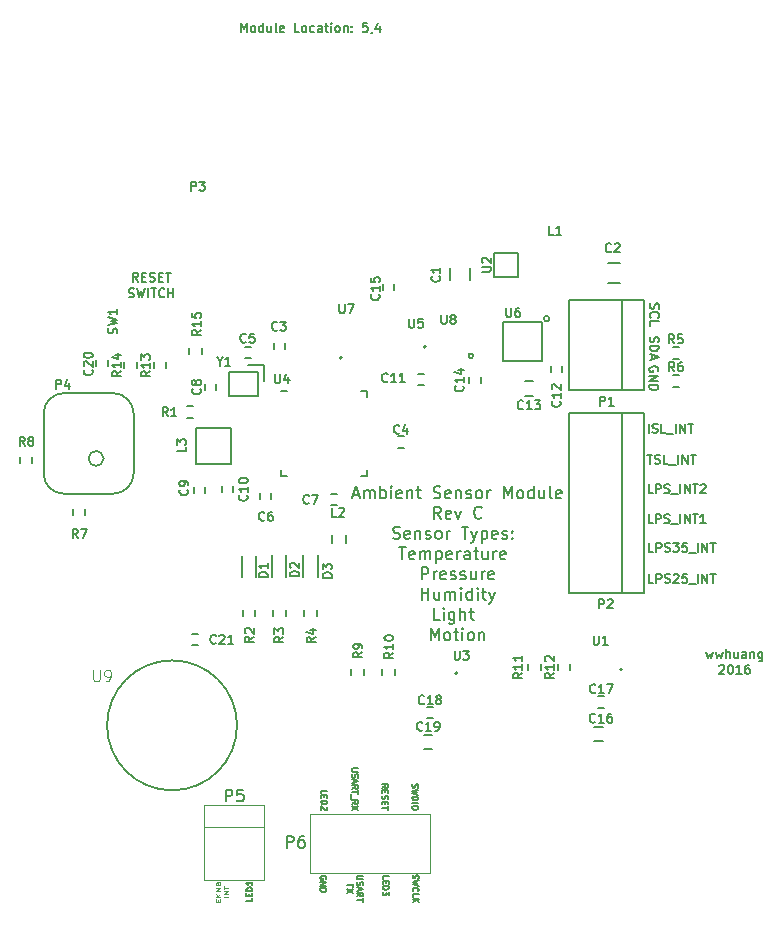
<source format=gbr>
G04 #@! TF.FileFunction,Legend,Top*
%FSLAX46Y46*%
G04 Gerber Fmt 4.6, Leading zero omitted, Abs format (unit mm)*
G04 Created by KiCad (PCBNEW 4.0.4-stable) date 01/20/17 21:30:08*
%MOMM*%
%LPD*%
G01*
G04 APERTURE LIST*
%ADD10C,0.100000*%
%ADD11C,0.127000*%
%ADD12C,0.095250*%
%ADD13C,0.190500*%
%ADD14C,0.200000*%
%ADD15C,0.150000*%
%ADD16C,0.210000*%
%ADD17C,0.205000*%
%ADD18C,0.120000*%
%ADD19C,0.121920*%
G04 APERTURE END LIST*
D10*
D11*
X123266200Y-132556553D02*
X123290390Y-132508172D01*
X123290390Y-132435600D01*
X123266200Y-132363029D01*
X123217819Y-132314648D01*
X123169438Y-132290457D01*
X123072676Y-132266267D01*
X123000105Y-132266267D01*
X122903343Y-132290457D01*
X122854962Y-132314648D01*
X122806581Y-132363029D01*
X122782390Y-132435600D01*
X122782390Y-132483981D01*
X122806581Y-132556553D01*
X122830771Y-132580743D01*
X123000105Y-132580743D01*
X123000105Y-132483981D01*
X122782390Y-132798457D02*
X123290390Y-132798457D01*
X122782390Y-133088743D01*
X123290390Y-133088743D01*
X122782390Y-133330647D02*
X123290390Y-133330647D01*
X123290390Y-133451600D01*
X123266200Y-133524171D01*
X123217819Y-133572552D01*
X123169438Y-133596743D01*
X123072676Y-133620933D01*
X123000105Y-133620933D01*
X122903343Y-133596743D01*
X122854962Y-133572552D01*
X122806581Y-133524171D01*
X122782390Y-133451600D01*
X122782390Y-133330647D01*
X130604381Y-132200953D02*
X130580190Y-132273524D01*
X130580190Y-132394477D01*
X130604381Y-132442858D01*
X130628571Y-132467048D01*
X130676952Y-132491239D01*
X130725333Y-132491239D01*
X130773714Y-132467048D01*
X130797905Y-132442858D01*
X130822095Y-132394477D01*
X130846286Y-132297715D01*
X130870476Y-132249334D01*
X130894667Y-132225143D01*
X130943048Y-132200953D01*
X130991429Y-132200953D01*
X131039810Y-132225143D01*
X131064000Y-132249334D01*
X131088190Y-132297715D01*
X131088190Y-132418667D01*
X131064000Y-132491239D01*
X131088190Y-132660572D02*
X130580190Y-132781525D01*
X130943048Y-132878287D01*
X130580190Y-132975049D01*
X131088190Y-133096001D01*
X130628571Y-133579810D02*
X130604381Y-133555620D01*
X130580190Y-133483048D01*
X130580190Y-133434667D01*
X130604381Y-133362096D01*
X130652762Y-133313715D01*
X130701143Y-133289524D01*
X130797905Y-133265334D01*
X130870476Y-133265334D01*
X130967238Y-133289524D01*
X131015619Y-133313715D01*
X131064000Y-133362096D01*
X131088190Y-133434667D01*
X131088190Y-133483048D01*
X131064000Y-133555620D01*
X131039810Y-133579810D01*
X130580190Y-134039429D02*
X130580190Y-133797524D01*
X131088190Y-133797524D01*
X130580190Y-134208762D02*
X131088190Y-134208762D01*
X130580190Y-134499048D02*
X130870476Y-134281334D01*
X131088190Y-134499048D02*
X130797905Y-134208762D01*
X127989390Y-124814390D02*
X128231295Y-124645057D01*
X127989390Y-124524104D02*
X128497390Y-124524104D01*
X128497390Y-124717628D01*
X128473200Y-124766009D01*
X128449010Y-124790200D01*
X128400629Y-124814390D01*
X128328057Y-124814390D01*
X128279676Y-124790200D01*
X128255486Y-124766009D01*
X128231295Y-124717628D01*
X128231295Y-124524104D01*
X128255486Y-125032104D02*
X128255486Y-125201438D01*
X127989390Y-125274009D02*
X127989390Y-125032104D01*
X128497390Y-125032104D01*
X128497390Y-125274009D01*
X128013581Y-125467533D02*
X127989390Y-125540104D01*
X127989390Y-125661057D01*
X128013581Y-125709438D01*
X128037771Y-125733628D01*
X128086152Y-125757819D01*
X128134533Y-125757819D01*
X128182914Y-125733628D01*
X128207105Y-125709438D01*
X128231295Y-125661057D01*
X128255486Y-125564295D01*
X128279676Y-125515914D01*
X128303867Y-125491723D01*
X128352248Y-125467533D01*
X128400629Y-125467533D01*
X128449010Y-125491723D01*
X128473200Y-125515914D01*
X128497390Y-125564295D01*
X128497390Y-125685247D01*
X128473200Y-125757819D01*
X128255486Y-125975533D02*
X128255486Y-126144867D01*
X127989390Y-126217438D02*
X127989390Y-125975533D01*
X128497390Y-125975533D01*
X128497390Y-126217438D01*
X128497390Y-126362581D02*
X128497390Y-126652867D01*
X127989390Y-126507724D02*
X128497390Y-126507724D01*
X130578981Y-124501124D02*
X130554790Y-124573695D01*
X130554790Y-124694648D01*
X130578981Y-124743029D01*
X130603171Y-124767219D01*
X130651552Y-124791410D01*
X130699933Y-124791410D01*
X130748314Y-124767219D01*
X130772505Y-124743029D01*
X130796695Y-124694648D01*
X130820886Y-124597886D01*
X130845076Y-124549505D01*
X130869267Y-124525314D01*
X130917648Y-124501124D01*
X130966029Y-124501124D01*
X131014410Y-124525314D01*
X131038600Y-124549505D01*
X131062790Y-124597886D01*
X131062790Y-124718838D01*
X131038600Y-124791410D01*
X131062790Y-124960743D02*
X130554790Y-125081696D01*
X130917648Y-125178458D01*
X130554790Y-125275220D01*
X131062790Y-125396172D01*
X130554790Y-125589695D02*
X131062790Y-125589695D01*
X131062790Y-125710648D01*
X131038600Y-125783219D01*
X130990219Y-125831600D01*
X130941838Y-125855791D01*
X130845076Y-125879981D01*
X130772505Y-125879981D01*
X130675743Y-125855791D01*
X130627362Y-125831600D01*
X130578981Y-125783219D01*
X130554790Y-125710648D01*
X130554790Y-125589695D01*
X130554790Y-126097695D02*
X131062790Y-126097695D01*
X131062790Y-126436362D02*
X131062790Y-126533124D01*
X131038600Y-126581505D01*
X130990219Y-126629886D01*
X130893457Y-126654077D01*
X130724124Y-126654077D01*
X130627362Y-126629886D01*
X130578981Y-126581505D01*
X130554790Y-126533124D01*
X130554790Y-126436362D01*
X130578981Y-126387981D01*
X130627362Y-126339600D01*
X130724124Y-126315410D01*
X130893457Y-126315410D01*
X130990219Y-126339600D01*
X131038600Y-126387981D01*
X131062790Y-126436362D01*
D12*
X114091811Y-134445828D02*
X114091811Y-134293428D01*
X114291382Y-134228114D02*
X114291382Y-134445828D01*
X113910382Y-134445828D01*
X113910382Y-134228114D01*
X114291382Y-134032171D02*
X113910382Y-134032171D01*
X114291382Y-133770914D02*
X114073668Y-133966857D01*
X113910382Y-133770914D02*
X114128096Y-134032171D01*
X114291382Y-133574971D02*
X113910382Y-133574971D01*
X114182525Y-133422571D01*
X113910382Y-133270171D01*
X114291382Y-133270171D01*
X114091811Y-132900057D02*
X114109954Y-132834743D01*
X114128096Y-132812971D01*
X114164382Y-132791200D01*
X114218811Y-132791200D01*
X114255096Y-132812971D01*
X114273239Y-132834743D01*
X114291382Y-132878285D01*
X114291382Y-133052457D01*
X113910382Y-133052457D01*
X113910382Y-132900057D01*
X113928525Y-132856514D01*
X113946668Y-132834743D01*
X113982954Y-132812971D01*
X114019239Y-132812971D01*
X114055525Y-132834743D01*
X114073668Y-132856514D01*
X114091811Y-132900057D01*
X114091811Y-133052457D01*
X114958132Y-134043057D02*
X114577132Y-134043057D01*
X114958132Y-133825343D02*
X114577132Y-133825343D01*
X114958132Y-133564086D01*
X114577132Y-133564086D01*
X114577132Y-133411686D02*
X114577132Y-133150429D01*
X114958132Y-133281058D02*
X114577132Y-133281058D01*
D13*
X125586068Y-100016733D02*
X126069877Y-100016733D01*
X125489306Y-100307019D02*
X125827973Y-99291019D01*
X126166639Y-100307019D01*
X126505306Y-100307019D02*
X126505306Y-99629686D01*
X126505306Y-99726448D02*
X126553687Y-99678067D01*
X126650449Y-99629686D01*
X126795591Y-99629686D01*
X126892353Y-99678067D01*
X126940734Y-99774829D01*
X126940734Y-100307019D01*
X126940734Y-99774829D02*
X126989115Y-99678067D01*
X127085877Y-99629686D01*
X127231020Y-99629686D01*
X127327782Y-99678067D01*
X127376163Y-99774829D01*
X127376163Y-100307019D01*
X127859973Y-100307019D02*
X127859973Y-99291019D01*
X127859973Y-99678067D02*
X127956735Y-99629686D01*
X128150258Y-99629686D01*
X128247020Y-99678067D01*
X128295401Y-99726448D01*
X128343782Y-99823210D01*
X128343782Y-100113495D01*
X128295401Y-100210257D01*
X128247020Y-100258638D01*
X128150258Y-100307019D01*
X127956735Y-100307019D01*
X127859973Y-100258638D01*
X128779211Y-100307019D02*
X128779211Y-99629686D01*
X128779211Y-99291019D02*
X128730830Y-99339400D01*
X128779211Y-99387781D01*
X128827592Y-99339400D01*
X128779211Y-99291019D01*
X128779211Y-99387781D01*
X129650068Y-100258638D02*
X129553306Y-100307019D01*
X129359783Y-100307019D01*
X129263021Y-100258638D01*
X129214640Y-100161876D01*
X129214640Y-99774829D01*
X129263021Y-99678067D01*
X129359783Y-99629686D01*
X129553306Y-99629686D01*
X129650068Y-99678067D01*
X129698449Y-99774829D01*
X129698449Y-99871590D01*
X129214640Y-99968352D01*
X130133878Y-99629686D02*
X130133878Y-100307019D01*
X130133878Y-99726448D02*
X130182259Y-99678067D01*
X130279021Y-99629686D01*
X130424163Y-99629686D01*
X130520925Y-99678067D01*
X130569306Y-99774829D01*
X130569306Y-100307019D01*
X130907973Y-99629686D02*
X131295021Y-99629686D01*
X131053116Y-99291019D02*
X131053116Y-100161876D01*
X131101497Y-100258638D01*
X131198259Y-100307019D01*
X131295021Y-100307019D01*
X132359401Y-100258638D02*
X132504544Y-100307019D01*
X132746448Y-100307019D01*
X132843210Y-100258638D01*
X132891591Y-100210257D01*
X132939972Y-100113495D01*
X132939972Y-100016733D01*
X132891591Y-99919971D01*
X132843210Y-99871590D01*
X132746448Y-99823210D01*
X132552925Y-99774829D01*
X132456163Y-99726448D01*
X132407782Y-99678067D01*
X132359401Y-99581305D01*
X132359401Y-99484543D01*
X132407782Y-99387781D01*
X132456163Y-99339400D01*
X132552925Y-99291019D01*
X132794829Y-99291019D01*
X132939972Y-99339400D01*
X133762448Y-100258638D02*
X133665686Y-100307019D01*
X133472163Y-100307019D01*
X133375401Y-100258638D01*
X133327020Y-100161876D01*
X133327020Y-99774829D01*
X133375401Y-99678067D01*
X133472163Y-99629686D01*
X133665686Y-99629686D01*
X133762448Y-99678067D01*
X133810829Y-99774829D01*
X133810829Y-99871590D01*
X133327020Y-99968352D01*
X134246258Y-99629686D02*
X134246258Y-100307019D01*
X134246258Y-99726448D02*
X134294639Y-99678067D01*
X134391401Y-99629686D01*
X134536543Y-99629686D01*
X134633305Y-99678067D01*
X134681686Y-99774829D01*
X134681686Y-100307019D01*
X135117115Y-100258638D02*
X135213877Y-100307019D01*
X135407401Y-100307019D01*
X135504162Y-100258638D01*
X135552543Y-100161876D01*
X135552543Y-100113495D01*
X135504162Y-100016733D01*
X135407401Y-99968352D01*
X135262258Y-99968352D01*
X135165496Y-99919971D01*
X135117115Y-99823210D01*
X135117115Y-99774829D01*
X135165496Y-99678067D01*
X135262258Y-99629686D01*
X135407401Y-99629686D01*
X135504162Y-99678067D01*
X136133115Y-100307019D02*
X136036353Y-100258638D01*
X135987972Y-100210257D01*
X135939591Y-100113495D01*
X135939591Y-99823210D01*
X135987972Y-99726448D01*
X136036353Y-99678067D01*
X136133115Y-99629686D01*
X136278257Y-99629686D01*
X136375019Y-99678067D01*
X136423400Y-99726448D01*
X136471781Y-99823210D01*
X136471781Y-100113495D01*
X136423400Y-100210257D01*
X136375019Y-100258638D01*
X136278257Y-100307019D01*
X136133115Y-100307019D01*
X136907210Y-100307019D02*
X136907210Y-99629686D01*
X136907210Y-99823210D02*
X136955591Y-99726448D01*
X137003972Y-99678067D01*
X137100734Y-99629686D01*
X137197495Y-99629686D01*
X138310257Y-100307019D02*
X138310257Y-99291019D01*
X138648923Y-100016733D01*
X138987590Y-99291019D01*
X138987590Y-100307019D01*
X139616543Y-100307019D02*
X139519781Y-100258638D01*
X139471400Y-100210257D01*
X139423019Y-100113495D01*
X139423019Y-99823210D01*
X139471400Y-99726448D01*
X139519781Y-99678067D01*
X139616543Y-99629686D01*
X139761685Y-99629686D01*
X139858447Y-99678067D01*
X139906828Y-99726448D01*
X139955209Y-99823210D01*
X139955209Y-100113495D01*
X139906828Y-100210257D01*
X139858447Y-100258638D01*
X139761685Y-100307019D01*
X139616543Y-100307019D01*
X140826066Y-100307019D02*
X140826066Y-99291019D01*
X140826066Y-100258638D02*
X140729304Y-100307019D01*
X140535781Y-100307019D01*
X140439019Y-100258638D01*
X140390638Y-100210257D01*
X140342257Y-100113495D01*
X140342257Y-99823210D01*
X140390638Y-99726448D01*
X140439019Y-99678067D01*
X140535781Y-99629686D01*
X140729304Y-99629686D01*
X140826066Y-99678067D01*
X141745304Y-99629686D02*
X141745304Y-100307019D01*
X141309876Y-99629686D02*
X141309876Y-100161876D01*
X141358257Y-100258638D01*
X141455019Y-100307019D01*
X141600161Y-100307019D01*
X141696923Y-100258638D01*
X141745304Y-100210257D01*
X142374257Y-100307019D02*
X142277495Y-100258638D01*
X142229114Y-100161876D01*
X142229114Y-99291019D01*
X143148351Y-100258638D02*
X143051589Y-100307019D01*
X142858066Y-100307019D01*
X142761304Y-100258638D01*
X142712923Y-100161876D01*
X142712923Y-99774829D01*
X142761304Y-99678067D01*
X142858066Y-99629686D01*
X143051589Y-99629686D01*
X143148351Y-99678067D01*
X143196732Y-99774829D01*
X143196732Y-99871590D01*
X142712923Y-99968352D01*
X132988353Y-102021519D02*
X132649687Y-101537710D01*
X132407782Y-102021519D02*
X132407782Y-101005519D01*
X132794829Y-101005519D01*
X132891591Y-101053900D01*
X132939972Y-101102281D01*
X132988353Y-101199043D01*
X132988353Y-101344186D01*
X132939972Y-101440948D01*
X132891591Y-101489329D01*
X132794829Y-101537710D01*
X132407782Y-101537710D01*
X133810829Y-101973138D02*
X133714067Y-102021519D01*
X133520544Y-102021519D01*
X133423782Y-101973138D01*
X133375401Y-101876376D01*
X133375401Y-101489329D01*
X133423782Y-101392567D01*
X133520544Y-101344186D01*
X133714067Y-101344186D01*
X133810829Y-101392567D01*
X133859210Y-101489329D01*
X133859210Y-101586090D01*
X133375401Y-101682852D01*
X134197877Y-101344186D02*
X134439782Y-102021519D01*
X134681686Y-101344186D01*
X136423400Y-101924757D02*
X136375019Y-101973138D01*
X136229876Y-102021519D01*
X136133114Y-102021519D01*
X135987972Y-101973138D01*
X135891210Y-101876376D01*
X135842829Y-101779614D01*
X135794448Y-101586090D01*
X135794448Y-101440948D01*
X135842829Y-101247424D01*
X135891210Y-101150662D01*
X135987972Y-101053900D01*
X136133114Y-101005519D01*
X136229876Y-101005519D01*
X136375019Y-101053900D01*
X136423400Y-101102281D01*
X128924354Y-103687638D02*
X129069497Y-103736019D01*
X129311401Y-103736019D01*
X129408163Y-103687638D01*
X129456544Y-103639257D01*
X129504925Y-103542495D01*
X129504925Y-103445733D01*
X129456544Y-103348971D01*
X129408163Y-103300590D01*
X129311401Y-103252210D01*
X129117878Y-103203829D01*
X129021116Y-103155448D01*
X128972735Y-103107067D01*
X128924354Y-103010305D01*
X128924354Y-102913543D01*
X128972735Y-102816781D01*
X129021116Y-102768400D01*
X129117878Y-102720019D01*
X129359782Y-102720019D01*
X129504925Y-102768400D01*
X130327401Y-103687638D02*
X130230639Y-103736019D01*
X130037116Y-103736019D01*
X129940354Y-103687638D01*
X129891973Y-103590876D01*
X129891973Y-103203829D01*
X129940354Y-103107067D01*
X130037116Y-103058686D01*
X130230639Y-103058686D01*
X130327401Y-103107067D01*
X130375782Y-103203829D01*
X130375782Y-103300590D01*
X129891973Y-103397352D01*
X130811211Y-103058686D02*
X130811211Y-103736019D01*
X130811211Y-103155448D02*
X130859592Y-103107067D01*
X130956354Y-103058686D01*
X131101496Y-103058686D01*
X131198258Y-103107067D01*
X131246639Y-103203829D01*
X131246639Y-103736019D01*
X131682068Y-103687638D02*
X131778830Y-103736019D01*
X131972354Y-103736019D01*
X132069115Y-103687638D01*
X132117496Y-103590876D01*
X132117496Y-103542495D01*
X132069115Y-103445733D01*
X131972354Y-103397352D01*
X131827211Y-103397352D01*
X131730449Y-103348971D01*
X131682068Y-103252210D01*
X131682068Y-103203829D01*
X131730449Y-103107067D01*
X131827211Y-103058686D01*
X131972354Y-103058686D01*
X132069115Y-103107067D01*
X132698068Y-103736019D02*
X132601306Y-103687638D01*
X132552925Y-103639257D01*
X132504544Y-103542495D01*
X132504544Y-103252210D01*
X132552925Y-103155448D01*
X132601306Y-103107067D01*
X132698068Y-103058686D01*
X132843210Y-103058686D01*
X132939972Y-103107067D01*
X132988353Y-103155448D01*
X133036734Y-103252210D01*
X133036734Y-103542495D01*
X132988353Y-103639257D01*
X132939972Y-103687638D01*
X132843210Y-103736019D01*
X132698068Y-103736019D01*
X133472163Y-103736019D02*
X133472163Y-103058686D01*
X133472163Y-103252210D02*
X133520544Y-103155448D01*
X133568925Y-103107067D01*
X133665687Y-103058686D01*
X133762448Y-103058686D01*
X134730067Y-102720019D02*
X135310638Y-102720019D01*
X135020353Y-103736019D02*
X135020353Y-102720019D01*
X135552543Y-103058686D02*
X135794448Y-103736019D01*
X136036352Y-103058686D02*
X135794448Y-103736019D01*
X135697686Y-103977924D01*
X135649305Y-104026305D01*
X135552543Y-104074686D01*
X136423400Y-103058686D02*
X136423400Y-104074686D01*
X136423400Y-103107067D02*
X136520162Y-103058686D01*
X136713685Y-103058686D01*
X136810447Y-103107067D01*
X136858828Y-103155448D01*
X136907209Y-103252210D01*
X136907209Y-103542495D01*
X136858828Y-103639257D01*
X136810447Y-103687638D01*
X136713685Y-103736019D01*
X136520162Y-103736019D01*
X136423400Y-103687638D01*
X137729685Y-103687638D02*
X137632923Y-103736019D01*
X137439400Y-103736019D01*
X137342638Y-103687638D01*
X137294257Y-103590876D01*
X137294257Y-103203829D01*
X137342638Y-103107067D01*
X137439400Y-103058686D01*
X137632923Y-103058686D01*
X137729685Y-103107067D01*
X137778066Y-103203829D01*
X137778066Y-103300590D01*
X137294257Y-103397352D01*
X138165114Y-103687638D02*
X138261876Y-103736019D01*
X138455400Y-103736019D01*
X138552161Y-103687638D01*
X138600542Y-103590876D01*
X138600542Y-103542495D01*
X138552161Y-103445733D01*
X138455400Y-103397352D01*
X138310257Y-103397352D01*
X138213495Y-103348971D01*
X138165114Y-103252210D01*
X138165114Y-103203829D01*
X138213495Y-103107067D01*
X138310257Y-103058686D01*
X138455400Y-103058686D01*
X138552161Y-103107067D01*
X139035971Y-103639257D02*
X139084352Y-103687638D01*
X139035971Y-103736019D01*
X138987590Y-103687638D01*
X139035971Y-103639257D01*
X139035971Y-103736019D01*
X139035971Y-103107067D02*
X139084352Y-103155448D01*
X139035971Y-103203829D01*
X138987590Y-103155448D01*
X139035971Y-103107067D01*
X139035971Y-103203829D01*
X129432354Y-104434519D02*
X130012925Y-104434519D01*
X129722640Y-105450519D02*
X129722640Y-104434519D01*
X130738639Y-105402138D02*
X130641877Y-105450519D01*
X130448354Y-105450519D01*
X130351592Y-105402138D01*
X130303211Y-105305376D01*
X130303211Y-104918329D01*
X130351592Y-104821567D01*
X130448354Y-104773186D01*
X130641877Y-104773186D01*
X130738639Y-104821567D01*
X130787020Y-104918329D01*
X130787020Y-105015090D01*
X130303211Y-105111852D01*
X131222449Y-105450519D02*
X131222449Y-104773186D01*
X131222449Y-104869948D02*
X131270830Y-104821567D01*
X131367592Y-104773186D01*
X131512734Y-104773186D01*
X131609496Y-104821567D01*
X131657877Y-104918329D01*
X131657877Y-105450519D01*
X131657877Y-104918329D02*
X131706258Y-104821567D01*
X131803020Y-104773186D01*
X131948163Y-104773186D01*
X132044925Y-104821567D01*
X132093306Y-104918329D01*
X132093306Y-105450519D01*
X132577116Y-104773186D02*
X132577116Y-105789186D01*
X132577116Y-104821567D02*
X132673878Y-104773186D01*
X132867401Y-104773186D01*
X132964163Y-104821567D01*
X133012544Y-104869948D01*
X133060925Y-104966710D01*
X133060925Y-105256995D01*
X133012544Y-105353757D01*
X132964163Y-105402138D01*
X132867401Y-105450519D01*
X132673878Y-105450519D01*
X132577116Y-105402138D01*
X133883401Y-105402138D02*
X133786639Y-105450519D01*
X133593116Y-105450519D01*
X133496354Y-105402138D01*
X133447973Y-105305376D01*
X133447973Y-104918329D01*
X133496354Y-104821567D01*
X133593116Y-104773186D01*
X133786639Y-104773186D01*
X133883401Y-104821567D01*
X133931782Y-104918329D01*
X133931782Y-105015090D01*
X133447973Y-105111852D01*
X134367211Y-105450519D02*
X134367211Y-104773186D01*
X134367211Y-104966710D02*
X134415592Y-104869948D01*
X134463973Y-104821567D01*
X134560735Y-104773186D01*
X134657496Y-104773186D01*
X135431591Y-105450519D02*
X135431591Y-104918329D01*
X135383210Y-104821567D01*
X135286448Y-104773186D01*
X135092925Y-104773186D01*
X134996163Y-104821567D01*
X135431591Y-105402138D02*
X135334829Y-105450519D01*
X135092925Y-105450519D01*
X134996163Y-105402138D01*
X134947782Y-105305376D01*
X134947782Y-105208614D01*
X134996163Y-105111852D01*
X135092925Y-105063471D01*
X135334829Y-105063471D01*
X135431591Y-105015090D01*
X135770258Y-104773186D02*
X136157306Y-104773186D01*
X135915401Y-104434519D02*
X135915401Y-105305376D01*
X135963782Y-105402138D01*
X136060544Y-105450519D01*
X136157306Y-105450519D01*
X136931400Y-104773186D02*
X136931400Y-105450519D01*
X136495972Y-104773186D02*
X136495972Y-105305376D01*
X136544353Y-105402138D01*
X136641115Y-105450519D01*
X136786257Y-105450519D01*
X136883019Y-105402138D01*
X136931400Y-105353757D01*
X137415210Y-105450519D02*
X137415210Y-104773186D01*
X137415210Y-104966710D02*
X137463591Y-104869948D01*
X137511972Y-104821567D01*
X137608734Y-104773186D01*
X137705495Y-104773186D01*
X138431209Y-105402138D02*
X138334447Y-105450519D01*
X138140924Y-105450519D01*
X138044162Y-105402138D01*
X137995781Y-105305376D01*
X137995781Y-104918329D01*
X138044162Y-104821567D01*
X138140924Y-104773186D01*
X138334447Y-104773186D01*
X138431209Y-104821567D01*
X138479590Y-104918329D01*
X138479590Y-105015090D01*
X137995781Y-105111852D01*
X131343401Y-107165019D02*
X131343401Y-106149019D01*
X131730448Y-106149019D01*
X131827210Y-106197400D01*
X131875591Y-106245781D01*
X131923972Y-106342543D01*
X131923972Y-106487686D01*
X131875591Y-106584448D01*
X131827210Y-106632829D01*
X131730448Y-106681210D01*
X131343401Y-106681210D01*
X132359401Y-107165019D02*
X132359401Y-106487686D01*
X132359401Y-106681210D02*
X132407782Y-106584448D01*
X132456163Y-106536067D01*
X132552925Y-106487686D01*
X132649686Y-106487686D01*
X133375400Y-107116638D02*
X133278638Y-107165019D01*
X133085115Y-107165019D01*
X132988353Y-107116638D01*
X132939972Y-107019876D01*
X132939972Y-106632829D01*
X132988353Y-106536067D01*
X133085115Y-106487686D01*
X133278638Y-106487686D01*
X133375400Y-106536067D01*
X133423781Y-106632829D01*
X133423781Y-106729590D01*
X132939972Y-106826352D01*
X133810829Y-107116638D02*
X133907591Y-107165019D01*
X134101115Y-107165019D01*
X134197876Y-107116638D01*
X134246257Y-107019876D01*
X134246257Y-106971495D01*
X134197876Y-106874733D01*
X134101115Y-106826352D01*
X133955972Y-106826352D01*
X133859210Y-106777971D01*
X133810829Y-106681210D01*
X133810829Y-106632829D01*
X133859210Y-106536067D01*
X133955972Y-106487686D01*
X134101115Y-106487686D01*
X134197876Y-106536067D01*
X134633305Y-107116638D02*
X134730067Y-107165019D01*
X134923591Y-107165019D01*
X135020352Y-107116638D01*
X135068733Y-107019876D01*
X135068733Y-106971495D01*
X135020352Y-106874733D01*
X134923591Y-106826352D01*
X134778448Y-106826352D01*
X134681686Y-106777971D01*
X134633305Y-106681210D01*
X134633305Y-106632829D01*
X134681686Y-106536067D01*
X134778448Y-106487686D01*
X134923591Y-106487686D01*
X135020352Y-106536067D01*
X135939590Y-106487686D02*
X135939590Y-107165019D01*
X135504162Y-106487686D02*
X135504162Y-107019876D01*
X135552543Y-107116638D01*
X135649305Y-107165019D01*
X135794447Y-107165019D01*
X135891209Y-107116638D01*
X135939590Y-107068257D01*
X136423400Y-107165019D02*
X136423400Y-106487686D01*
X136423400Y-106681210D02*
X136471781Y-106584448D01*
X136520162Y-106536067D01*
X136616924Y-106487686D01*
X136713685Y-106487686D01*
X137439399Y-107116638D02*
X137342637Y-107165019D01*
X137149114Y-107165019D01*
X137052352Y-107116638D01*
X137003971Y-107019876D01*
X137003971Y-106632829D01*
X137052352Y-106536067D01*
X137149114Y-106487686D01*
X137342637Y-106487686D01*
X137439399Y-106536067D01*
X137487780Y-106632829D01*
X137487780Y-106729590D01*
X137003971Y-106826352D01*
X131343400Y-108879519D02*
X131343400Y-107863519D01*
X131343400Y-108347329D02*
X131923971Y-108347329D01*
X131923971Y-108879519D02*
X131923971Y-107863519D01*
X132843209Y-108202186D02*
X132843209Y-108879519D01*
X132407781Y-108202186D02*
X132407781Y-108734376D01*
X132456162Y-108831138D01*
X132552924Y-108879519D01*
X132698066Y-108879519D01*
X132794828Y-108831138D01*
X132843209Y-108782757D01*
X133327019Y-108879519D02*
X133327019Y-108202186D01*
X133327019Y-108298948D02*
X133375400Y-108250567D01*
X133472162Y-108202186D01*
X133617304Y-108202186D01*
X133714066Y-108250567D01*
X133762447Y-108347329D01*
X133762447Y-108879519D01*
X133762447Y-108347329D02*
X133810828Y-108250567D01*
X133907590Y-108202186D01*
X134052733Y-108202186D01*
X134149495Y-108250567D01*
X134197876Y-108347329D01*
X134197876Y-108879519D01*
X134681686Y-108879519D02*
X134681686Y-108202186D01*
X134681686Y-107863519D02*
X134633305Y-107911900D01*
X134681686Y-107960281D01*
X134730067Y-107911900D01*
X134681686Y-107863519D01*
X134681686Y-107960281D01*
X135600924Y-108879519D02*
X135600924Y-107863519D01*
X135600924Y-108831138D02*
X135504162Y-108879519D01*
X135310639Y-108879519D01*
X135213877Y-108831138D01*
X135165496Y-108782757D01*
X135117115Y-108685995D01*
X135117115Y-108395710D01*
X135165496Y-108298948D01*
X135213877Y-108250567D01*
X135310639Y-108202186D01*
X135504162Y-108202186D01*
X135600924Y-108250567D01*
X136084734Y-108879519D02*
X136084734Y-108202186D01*
X136084734Y-107863519D02*
X136036353Y-107911900D01*
X136084734Y-107960281D01*
X136133115Y-107911900D01*
X136084734Y-107863519D01*
X136084734Y-107960281D01*
X136423401Y-108202186D02*
X136810449Y-108202186D01*
X136568544Y-107863519D02*
X136568544Y-108734376D01*
X136616925Y-108831138D01*
X136713687Y-108879519D01*
X136810449Y-108879519D01*
X137052353Y-108202186D02*
X137294258Y-108879519D01*
X137536162Y-108202186D02*
X137294258Y-108879519D01*
X137197496Y-109121424D01*
X137149115Y-109169805D01*
X137052353Y-109218186D01*
X132867400Y-110594019D02*
X132383591Y-110594019D01*
X132383591Y-109578019D01*
X133206067Y-110594019D02*
X133206067Y-109916686D01*
X133206067Y-109578019D02*
X133157686Y-109626400D01*
X133206067Y-109674781D01*
X133254448Y-109626400D01*
X133206067Y-109578019D01*
X133206067Y-109674781D01*
X134125305Y-109916686D02*
X134125305Y-110739162D01*
X134076924Y-110835924D01*
X134028543Y-110884305D01*
X133931782Y-110932686D01*
X133786639Y-110932686D01*
X133689877Y-110884305D01*
X134125305Y-110545638D02*
X134028543Y-110594019D01*
X133835020Y-110594019D01*
X133738258Y-110545638D01*
X133689877Y-110497257D01*
X133641496Y-110400495D01*
X133641496Y-110110210D01*
X133689877Y-110013448D01*
X133738258Y-109965067D01*
X133835020Y-109916686D01*
X134028543Y-109916686D01*
X134125305Y-109965067D01*
X134609115Y-110594019D02*
X134609115Y-109578019D01*
X135044543Y-110594019D02*
X135044543Y-110061829D01*
X134996162Y-109965067D01*
X134899400Y-109916686D01*
X134754258Y-109916686D01*
X134657496Y-109965067D01*
X134609115Y-110013448D01*
X135383210Y-109916686D02*
X135770258Y-109916686D01*
X135528353Y-109578019D02*
X135528353Y-110448876D01*
X135576734Y-110545638D01*
X135673496Y-110594019D01*
X135770258Y-110594019D01*
X132141686Y-112308519D02*
X132141686Y-111292519D01*
X132480352Y-112018233D01*
X132819019Y-111292519D01*
X132819019Y-112308519D01*
X133447972Y-112308519D02*
X133351210Y-112260138D01*
X133302829Y-112211757D01*
X133254448Y-112114995D01*
X133254448Y-111824710D01*
X133302829Y-111727948D01*
X133351210Y-111679567D01*
X133447972Y-111631186D01*
X133593114Y-111631186D01*
X133689876Y-111679567D01*
X133738257Y-111727948D01*
X133786638Y-111824710D01*
X133786638Y-112114995D01*
X133738257Y-112211757D01*
X133689876Y-112260138D01*
X133593114Y-112308519D01*
X133447972Y-112308519D01*
X134076924Y-111631186D02*
X134463972Y-111631186D01*
X134222067Y-111292519D02*
X134222067Y-112163376D01*
X134270448Y-112260138D01*
X134367210Y-112308519D01*
X134463972Y-112308519D01*
X134802638Y-112308519D02*
X134802638Y-111631186D01*
X134802638Y-111292519D02*
X134754257Y-111340900D01*
X134802638Y-111389281D01*
X134851019Y-111340900D01*
X134802638Y-111292519D01*
X134802638Y-111389281D01*
X135431591Y-112308519D02*
X135334829Y-112260138D01*
X135286448Y-112211757D01*
X135238067Y-112114995D01*
X135238067Y-111824710D01*
X135286448Y-111727948D01*
X135334829Y-111679567D01*
X135431591Y-111631186D01*
X135576733Y-111631186D01*
X135673495Y-111679567D01*
X135721876Y-111727948D01*
X135770257Y-111824710D01*
X135770257Y-112114995D01*
X135721876Y-112211757D01*
X135673495Y-112260138D01*
X135576733Y-112308519D01*
X135431591Y-112308519D01*
X136205686Y-111631186D02*
X136205686Y-112308519D01*
X136205686Y-111727948D02*
X136254067Y-111679567D01*
X136350829Y-111631186D01*
X136495971Y-111631186D01*
X136592733Y-111679567D01*
X136641114Y-111776329D01*
X136641114Y-112308519D01*
D14*
X148325981Y-114767219D02*
G75*
G03X148325981Y-114767219I-91581J0D01*
G01*
X134366000Y-115112800D02*
G75*
G03X134366000Y-115112800I-91581J0D01*
G01*
D13*
X107351286Y-81948564D02*
X107097286Y-81585707D01*
X106915858Y-81948564D02*
X106915858Y-81186564D01*
X107206143Y-81186564D01*
X107278715Y-81222850D01*
X107315000Y-81259136D01*
X107351286Y-81331707D01*
X107351286Y-81440564D01*
X107315000Y-81513136D01*
X107278715Y-81549421D01*
X107206143Y-81585707D01*
X106915858Y-81585707D01*
X107677858Y-81549421D02*
X107931858Y-81549421D01*
X108040715Y-81948564D02*
X107677858Y-81948564D01*
X107677858Y-81186564D01*
X108040715Y-81186564D01*
X108331001Y-81912279D02*
X108439858Y-81948564D01*
X108621287Y-81948564D01*
X108693858Y-81912279D01*
X108730144Y-81875993D01*
X108766429Y-81803421D01*
X108766429Y-81730850D01*
X108730144Y-81658279D01*
X108693858Y-81621993D01*
X108621287Y-81585707D01*
X108476144Y-81549421D01*
X108403572Y-81513136D01*
X108367287Y-81476850D01*
X108331001Y-81404279D01*
X108331001Y-81331707D01*
X108367287Y-81259136D01*
X108403572Y-81222850D01*
X108476144Y-81186564D01*
X108657572Y-81186564D01*
X108766429Y-81222850D01*
X109093001Y-81549421D02*
X109347001Y-81549421D01*
X109455858Y-81948564D02*
X109093001Y-81948564D01*
X109093001Y-81186564D01*
X109455858Y-81186564D01*
X109673572Y-81186564D02*
X110109001Y-81186564D01*
X109891287Y-81948564D02*
X109891287Y-81186564D01*
X106553001Y-83245779D02*
X106661858Y-83282064D01*
X106843287Y-83282064D01*
X106915858Y-83245779D01*
X106952144Y-83209493D01*
X106988429Y-83136921D01*
X106988429Y-83064350D01*
X106952144Y-82991779D01*
X106915858Y-82955493D01*
X106843287Y-82919207D01*
X106698144Y-82882921D01*
X106625572Y-82846636D01*
X106589287Y-82810350D01*
X106553001Y-82737779D01*
X106553001Y-82665207D01*
X106589287Y-82592636D01*
X106625572Y-82556350D01*
X106698144Y-82520064D01*
X106879572Y-82520064D01*
X106988429Y-82556350D01*
X107242429Y-82520064D02*
X107423858Y-83282064D01*
X107569001Y-82737779D01*
X107714143Y-83282064D01*
X107895572Y-82520064D01*
X108185858Y-83282064D02*
X108185858Y-82520064D01*
X108439857Y-82520064D02*
X108875286Y-82520064D01*
X108657572Y-83282064D02*
X108657572Y-82520064D01*
X109564714Y-83209493D02*
X109528428Y-83245779D01*
X109419571Y-83282064D01*
X109347000Y-83282064D01*
X109238143Y-83245779D01*
X109165571Y-83173207D01*
X109129286Y-83100636D01*
X109093000Y-82955493D01*
X109093000Y-82846636D01*
X109129286Y-82701493D01*
X109165571Y-82628921D01*
X109238143Y-82556350D01*
X109347000Y-82520064D01*
X109419571Y-82520064D01*
X109528428Y-82556350D01*
X109564714Y-82592636D01*
X109891286Y-83282064D02*
X109891286Y-82520064D01*
X109891286Y-82882921D02*
X110326714Y-82882921D01*
X110326714Y-83282064D02*
X110326714Y-82520064D01*
D11*
X122858590Y-125288524D02*
X122858590Y-125046619D01*
X123366590Y-125046619D01*
X123124686Y-125457857D02*
X123124686Y-125627191D01*
X122858590Y-125699762D02*
X122858590Y-125457857D01*
X123366590Y-125457857D01*
X123366590Y-125699762D01*
X122858590Y-125917476D02*
X123366590Y-125917476D01*
X123366590Y-126038429D01*
X123342400Y-126111000D01*
X123294019Y-126159381D01*
X123245638Y-126183572D01*
X123148876Y-126207762D01*
X123076305Y-126207762D01*
X122979543Y-126183572D01*
X122931162Y-126159381D01*
X122882781Y-126111000D01*
X122858590Y-126038429D01*
X122858590Y-125917476D01*
X123318210Y-126401286D02*
X123342400Y-126425476D01*
X123366590Y-126473857D01*
X123366590Y-126594810D01*
X123342400Y-126643191D01*
X123318210Y-126667381D01*
X123269829Y-126691572D01*
X123221448Y-126691572D01*
X123148876Y-126667381D01*
X122858590Y-126377095D01*
X122858590Y-126691572D01*
X117019010Y-134172476D02*
X117019010Y-134414381D01*
X116511010Y-134414381D01*
X116752914Y-134003143D02*
X116752914Y-133833809D01*
X117019010Y-133761238D02*
X117019010Y-134003143D01*
X116511010Y-134003143D01*
X116511010Y-133761238D01*
X117019010Y-133543524D02*
X116511010Y-133543524D01*
X116511010Y-133422571D01*
X116535200Y-133350000D01*
X116583581Y-133301619D01*
X116631962Y-133277428D01*
X116728724Y-133253238D01*
X116801295Y-133253238D01*
X116898057Y-133277428D01*
X116946438Y-133301619D01*
X116994819Y-133350000D01*
X117019010Y-133422571D01*
X117019010Y-133543524D01*
X117019010Y-132769428D02*
X117019010Y-133059714D01*
X117019010Y-132914571D02*
X116511010Y-132914571D01*
X116583581Y-132962952D01*
X116631962Y-133011333D01*
X116656152Y-133059714D01*
X128040190Y-132527524D02*
X128040190Y-132285619D01*
X128548190Y-132285619D01*
X128306286Y-132696857D02*
X128306286Y-132866191D01*
X128040190Y-132938762D02*
X128040190Y-132696857D01*
X128548190Y-132696857D01*
X128548190Y-132938762D01*
X128040190Y-133156476D02*
X128548190Y-133156476D01*
X128548190Y-133277429D01*
X128524000Y-133350000D01*
X128475619Y-133398381D01*
X128427238Y-133422572D01*
X128330476Y-133446762D01*
X128257905Y-133446762D01*
X128161143Y-133422572D01*
X128112762Y-133398381D01*
X128064381Y-133350000D01*
X128040190Y-133277429D01*
X128040190Y-133156476D01*
X128548190Y-133616095D02*
X128548190Y-133930572D01*
X128354667Y-133761238D01*
X128354667Y-133833810D01*
X128330476Y-133882191D01*
X128306286Y-133906381D01*
X128257905Y-133930572D01*
X128136952Y-133930572D01*
X128088571Y-133906381D01*
X128064381Y-133882191D01*
X128040190Y-133833810D01*
X128040190Y-133688667D01*
X128064381Y-133640286D01*
X128088571Y-133616095D01*
D13*
X150970344Y-104840314D02*
X150607487Y-104840314D01*
X150607487Y-104078314D01*
X151224344Y-104840314D02*
X151224344Y-104078314D01*
X151514629Y-104078314D01*
X151587201Y-104114600D01*
X151623486Y-104150886D01*
X151659772Y-104223457D01*
X151659772Y-104332314D01*
X151623486Y-104404886D01*
X151587201Y-104441171D01*
X151514629Y-104477457D01*
X151224344Y-104477457D01*
X151950058Y-104804029D02*
X152058915Y-104840314D01*
X152240344Y-104840314D01*
X152312915Y-104804029D01*
X152349201Y-104767743D01*
X152385486Y-104695171D01*
X152385486Y-104622600D01*
X152349201Y-104550029D01*
X152312915Y-104513743D01*
X152240344Y-104477457D01*
X152095201Y-104441171D01*
X152022629Y-104404886D01*
X151986344Y-104368600D01*
X151950058Y-104296029D01*
X151950058Y-104223457D01*
X151986344Y-104150886D01*
X152022629Y-104114600D01*
X152095201Y-104078314D01*
X152276629Y-104078314D01*
X152385486Y-104114600D01*
X152639486Y-104078314D02*
X153111200Y-104078314D01*
X152857200Y-104368600D01*
X152966058Y-104368600D01*
X153038629Y-104404886D01*
X153074915Y-104441171D01*
X153111200Y-104513743D01*
X153111200Y-104695171D01*
X153074915Y-104767743D01*
X153038629Y-104804029D01*
X152966058Y-104840314D01*
X152748343Y-104840314D01*
X152675772Y-104804029D01*
X152639486Y-104767743D01*
X153800629Y-104078314D02*
X153437772Y-104078314D01*
X153401486Y-104441171D01*
X153437772Y-104404886D01*
X153510343Y-104368600D01*
X153691772Y-104368600D01*
X153764343Y-104404886D01*
X153800629Y-104441171D01*
X153836914Y-104513743D01*
X153836914Y-104695171D01*
X153800629Y-104767743D01*
X153764343Y-104804029D01*
X153691772Y-104840314D01*
X153510343Y-104840314D01*
X153437772Y-104804029D01*
X153401486Y-104767743D01*
X153982057Y-104912886D02*
X154562628Y-104912886D01*
X154744057Y-104840314D02*
X154744057Y-104078314D01*
X155106914Y-104840314D02*
X155106914Y-104078314D01*
X155542342Y-104840314D01*
X155542342Y-104078314D01*
X155796342Y-104078314D02*
X156231771Y-104078314D01*
X156014057Y-104840314D02*
X156014057Y-104078314D01*
X150970344Y-107456514D02*
X150607487Y-107456514D01*
X150607487Y-106694514D01*
X151224344Y-107456514D02*
X151224344Y-106694514D01*
X151514629Y-106694514D01*
X151587201Y-106730800D01*
X151623486Y-106767086D01*
X151659772Y-106839657D01*
X151659772Y-106948514D01*
X151623486Y-107021086D01*
X151587201Y-107057371D01*
X151514629Y-107093657D01*
X151224344Y-107093657D01*
X151950058Y-107420229D02*
X152058915Y-107456514D01*
X152240344Y-107456514D01*
X152312915Y-107420229D01*
X152349201Y-107383943D01*
X152385486Y-107311371D01*
X152385486Y-107238800D01*
X152349201Y-107166229D01*
X152312915Y-107129943D01*
X152240344Y-107093657D01*
X152095201Y-107057371D01*
X152022629Y-107021086D01*
X151986344Y-106984800D01*
X151950058Y-106912229D01*
X151950058Y-106839657D01*
X151986344Y-106767086D01*
X152022629Y-106730800D01*
X152095201Y-106694514D01*
X152276629Y-106694514D01*
X152385486Y-106730800D01*
X152675772Y-106767086D02*
X152712058Y-106730800D01*
X152784629Y-106694514D01*
X152966058Y-106694514D01*
X153038629Y-106730800D01*
X153074915Y-106767086D01*
X153111200Y-106839657D01*
X153111200Y-106912229D01*
X153074915Y-107021086D01*
X152639486Y-107456514D01*
X153111200Y-107456514D01*
X153800629Y-106694514D02*
X153437772Y-106694514D01*
X153401486Y-107057371D01*
X153437772Y-107021086D01*
X153510343Y-106984800D01*
X153691772Y-106984800D01*
X153764343Y-107021086D01*
X153800629Y-107057371D01*
X153836914Y-107129943D01*
X153836914Y-107311371D01*
X153800629Y-107383943D01*
X153764343Y-107420229D01*
X153691772Y-107456514D01*
X153510343Y-107456514D01*
X153437772Y-107420229D01*
X153401486Y-107383943D01*
X153982057Y-107529086D02*
X154562628Y-107529086D01*
X154744057Y-107456514D02*
X154744057Y-106694514D01*
X155106914Y-107456514D02*
X155106914Y-106694514D01*
X155542342Y-107456514D01*
X155542342Y-106694514D01*
X155796342Y-106694514D02*
X156231771Y-106694514D01*
X156014057Y-107456514D02*
X156014057Y-106694514D01*
X155447999Y-113317564D02*
X155593142Y-113825564D01*
X155738285Y-113462707D01*
X155883428Y-113825564D01*
X156028571Y-113317564D01*
X156246285Y-113317564D02*
X156391428Y-113825564D01*
X156536571Y-113462707D01*
X156681714Y-113825564D01*
X156826857Y-113317564D01*
X157117143Y-113825564D02*
X157117143Y-113063564D01*
X157443714Y-113825564D02*
X157443714Y-113426421D01*
X157407428Y-113353850D01*
X157334857Y-113317564D01*
X157226000Y-113317564D01*
X157153428Y-113353850D01*
X157117143Y-113390136D01*
X158133143Y-113317564D02*
X158133143Y-113825564D01*
X157806572Y-113317564D02*
X157806572Y-113716707D01*
X157842857Y-113789279D01*
X157915429Y-113825564D01*
X158024286Y-113825564D01*
X158096857Y-113789279D01*
X158133143Y-113752993D01*
X158822572Y-113825564D02*
X158822572Y-113426421D01*
X158786286Y-113353850D01*
X158713715Y-113317564D01*
X158568572Y-113317564D01*
X158496001Y-113353850D01*
X158822572Y-113789279D02*
X158750001Y-113825564D01*
X158568572Y-113825564D01*
X158496001Y-113789279D01*
X158459715Y-113716707D01*
X158459715Y-113644136D01*
X158496001Y-113571564D01*
X158568572Y-113535279D01*
X158750001Y-113535279D01*
X158822572Y-113498993D01*
X159185430Y-113317564D02*
X159185430Y-113825564D01*
X159185430Y-113390136D02*
X159221715Y-113353850D01*
X159294287Y-113317564D01*
X159403144Y-113317564D01*
X159475715Y-113353850D01*
X159512001Y-113426421D01*
X159512001Y-113825564D01*
X160201430Y-113317564D02*
X160201430Y-113934421D01*
X160165144Y-114006993D01*
X160128859Y-114043279D01*
X160056287Y-114079564D01*
X159947430Y-114079564D01*
X159874859Y-114043279D01*
X160201430Y-113789279D02*
X160128859Y-113825564D01*
X159983716Y-113825564D01*
X159911144Y-113789279D01*
X159874859Y-113752993D01*
X159838573Y-113680421D01*
X159838573Y-113462707D01*
X159874859Y-113390136D01*
X159911144Y-113353850D01*
X159983716Y-113317564D01*
X160128859Y-113317564D01*
X160201430Y-113353850D01*
X156554715Y-114469636D02*
X156591001Y-114433350D01*
X156663572Y-114397064D01*
X156845001Y-114397064D01*
X156917572Y-114433350D01*
X156953858Y-114469636D01*
X156990143Y-114542207D01*
X156990143Y-114614779D01*
X156953858Y-114723636D01*
X156518429Y-115159064D01*
X156990143Y-115159064D01*
X157461857Y-114397064D02*
X157534429Y-114397064D01*
X157607000Y-114433350D01*
X157643286Y-114469636D01*
X157679572Y-114542207D01*
X157715857Y-114687350D01*
X157715857Y-114868779D01*
X157679572Y-115013921D01*
X157643286Y-115086493D01*
X157607000Y-115122779D01*
X157534429Y-115159064D01*
X157461857Y-115159064D01*
X157389286Y-115122779D01*
X157353000Y-115086493D01*
X157316715Y-115013921D01*
X157280429Y-114868779D01*
X157280429Y-114687350D01*
X157316715Y-114542207D01*
X157353000Y-114469636D01*
X157389286Y-114433350D01*
X157461857Y-114397064D01*
X158441571Y-115159064D02*
X158006143Y-115159064D01*
X158223857Y-115159064D02*
X158223857Y-114397064D01*
X158151286Y-114505921D01*
X158078714Y-114578493D01*
X158006143Y-114614779D01*
X159094714Y-114397064D02*
X158949571Y-114397064D01*
X158877000Y-114433350D01*
X158840714Y-114469636D01*
X158768143Y-114578493D01*
X158731857Y-114723636D01*
X158731857Y-115013921D01*
X158768143Y-115086493D01*
X158804428Y-115122779D01*
X158877000Y-115159064D01*
X159022143Y-115159064D01*
X159094714Y-115122779D01*
X159131000Y-115086493D01*
X159167285Y-115013921D01*
X159167285Y-114832493D01*
X159131000Y-114759921D01*
X159094714Y-114723636D01*
X159022143Y-114687350D01*
X158877000Y-114687350D01*
X158804428Y-114723636D01*
X158768143Y-114759921D01*
X158731857Y-114832493D01*
X151358600Y-89564028D02*
X151394886Y-89491457D01*
X151394886Y-89382600D01*
X151358600Y-89273743D01*
X151286029Y-89201171D01*
X151213457Y-89164886D01*
X151068314Y-89128600D01*
X150959457Y-89128600D01*
X150814314Y-89164886D01*
X150741743Y-89201171D01*
X150669171Y-89273743D01*
X150632886Y-89382600D01*
X150632886Y-89455171D01*
X150669171Y-89564028D01*
X150705457Y-89600314D01*
X150959457Y-89600314D01*
X150959457Y-89455171D01*
X150632886Y-89926886D02*
X151394886Y-89926886D01*
X150632886Y-90362314D01*
X151394886Y-90362314D01*
X150632886Y-90725172D02*
X151394886Y-90725172D01*
X151394886Y-90906600D01*
X151358600Y-91015457D01*
X151286029Y-91088029D01*
X151213457Y-91124314D01*
X151068314Y-91160600D01*
X150959457Y-91160600D01*
X150814314Y-91124314D01*
X150741743Y-91088029D01*
X150669171Y-91015457D01*
X150632886Y-90906600D01*
X150632886Y-90725172D01*
X150694571Y-86628515D02*
X150658286Y-86737372D01*
X150658286Y-86918801D01*
X150694571Y-86991372D01*
X150730857Y-87027658D01*
X150803429Y-87063943D01*
X150876000Y-87063943D01*
X150948571Y-87027658D01*
X150984857Y-86991372D01*
X151021143Y-86918801D01*
X151057429Y-86773658D01*
X151093714Y-86701086D01*
X151130000Y-86664801D01*
X151202571Y-86628515D01*
X151275143Y-86628515D01*
X151347714Y-86664801D01*
X151384000Y-86701086D01*
X151420286Y-86773658D01*
X151420286Y-86955086D01*
X151384000Y-87063943D01*
X150658286Y-87390515D02*
X151420286Y-87390515D01*
X151420286Y-87571943D01*
X151384000Y-87680800D01*
X151311429Y-87753372D01*
X151238857Y-87789657D01*
X151093714Y-87825943D01*
X150984857Y-87825943D01*
X150839714Y-87789657D01*
X150767143Y-87753372D01*
X150694571Y-87680800D01*
X150658286Y-87571943D01*
X150658286Y-87390515D01*
X150876000Y-88116229D02*
X150876000Y-88479086D01*
X150658286Y-88043657D02*
X151420286Y-88297657D01*
X150658286Y-88551657D01*
X150719971Y-83801858D02*
X150683686Y-83910715D01*
X150683686Y-84092144D01*
X150719971Y-84164715D01*
X150756257Y-84201001D01*
X150828829Y-84237286D01*
X150901400Y-84237286D01*
X150973971Y-84201001D01*
X151010257Y-84164715D01*
X151046543Y-84092144D01*
X151082829Y-83947001D01*
X151119114Y-83874429D01*
X151155400Y-83838144D01*
X151227971Y-83801858D01*
X151300543Y-83801858D01*
X151373114Y-83838144D01*
X151409400Y-83874429D01*
X151445686Y-83947001D01*
X151445686Y-84128429D01*
X151409400Y-84237286D01*
X150756257Y-84999286D02*
X150719971Y-84963000D01*
X150683686Y-84854143D01*
X150683686Y-84781572D01*
X150719971Y-84672715D01*
X150792543Y-84600143D01*
X150865114Y-84563858D01*
X151010257Y-84527572D01*
X151119114Y-84527572D01*
X151264257Y-84563858D01*
X151336829Y-84600143D01*
X151409400Y-84672715D01*
X151445686Y-84781572D01*
X151445686Y-84854143D01*
X151409400Y-84963000D01*
X151373114Y-84999286D01*
X150683686Y-85688715D02*
X150683686Y-85325858D01*
X151445686Y-85325858D01*
X150567573Y-94756514D02*
X150567573Y-93994514D01*
X150894144Y-94720229D02*
X151003001Y-94756514D01*
X151184430Y-94756514D01*
X151257001Y-94720229D01*
X151293287Y-94683943D01*
X151329572Y-94611371D01*
X151329572Y-94538800D01*
X151293287Y-94466229D01*
X151257001Y-94429943D01*
X151184430Y-94393657D01*
X151039287Y-94357371D01*
X150966715Y-94321086D01*
X150930430Y-94284800D01*
X150894144Y-94212229D01*
X150894144Y-94139657D01*
X150930430Y-94067086D01*
X150966715Y-94030800D01*
X151039287Y-93994514D01*
X151220715Y-93994514D01*
X151329572Y-94030800D01*
X152019001Y-94756514D02*
X151656144Y-94756514D01*
X151656144Y-93994514D01*
X152091572Y-94829086D02*
X152672143Y-94829086D01*
X152853572Y-94756514D02*
X152853572Y-93994514D01*
X153216429Y-94756514D02*
X153216429Y-93994514D01*
X153651857Y-94756514D01*
X153651857Y-93994514D01*
X153905857Y-93994514D02*
X154341286Y-93994514D01*
X154123572Y-94756514D02*
X154123572Y-93994514D01*
X150458715Y-96610714D02*
X150894144Y-96610714D01*
X150676430Y-97372714D02*
X150676430Y-96610714D01*
X151111858Y-97336429D02*
X151220715Y-97372714D01*
X151402144Y-97372714D01*
X151474715Y-97336429D01*
X151511001Y-97300143D01*
X151547286Y-97227571D01*
X151547286Y-97155000D01*
X151511001Y-97082429D01*
X151474715Y-97046143D01*
X151402144Y-97009857D01*
X151257001Y-96973571D01*
X151184429Y-96937286D01*
X151148144Y-96901000D01*
X151111858Y-96828429D01*
X151111858Y-96755857D01*
X151148144Y-96683286D01*
X151184429Y-96647000D01*
X151257001Y-96610714D01*
X151438429Y-96610714D01*
X151547286Y-96647000D01*
X152236715Y-97372714D02*
X151873858Y-97372714D01*
X151873858Y-96610714D01*
X152309286Y-97445286D02*
X152889857Y-97445286D01*
X153071286Y-97372714D02*
X153071286Y-96610714D01*
X153434143Y-97372714D02*
X153434143Y-96610714D01*
X153869571Y-97372714D01*
X153869571Y-96610714D01*
X154123571Y-96610714D02*
X154559000Y-96610714D01*
X154341286Y-97372714D02*
X154341286Y-96610714D01*
X150930430Y-99861914D02*
X150567573Y-99861914D01*
X150567573Y-99099914D01*
X151184430Y-99861914D02*
X151184430Y-99099914D01*
X151474715Y-99099914D01*
X151547287Y-99136200D01*
X151583572Y-99172486D01*
X151619858Y-99245057D01*
X151619858Y-99353914D01*
X151583572Y-99426486D01*
X151547287Y-99462771D01*
X151474715Y-99499057D01*
X151184430Y-99499057D01*
X151910144Y-99825629D02*
X152019001Y-99861914D01*
X152200430Y-99861914D01*
X152273001Y-99825629D01*
X152309287Y-99789343D01*
X152345572Y-99716771D01*
X152345572Y-99644200D01*
X152309287Y-99571629D01*
X152273001Y-99535343D01*
X152200430Y-99499057D01*
X152055287Y-99462771D01*
X151982715Y-99426486D01*
X151946430Y-99390200D01*
X151910144Y-99317629D01*
X151910144Y-99245057D01*
X151946430Y-99172486D01*
X151982715Y-99136200D01*
X152055287Y-99099914D01*
X152236715Y-99099914D01*
X152345572Y-99136200D01*
X152490715Y-99934486D02*
X153071286Y-99934486D01*
X153252715Y-99861914D02*
X153252715Y-99099914D01*
X153615572Y-99861914D02*
X153615572Y-99099914D01*
X154051000Y-99861914D01*
X154051000Y-99099914D01*
X154305000Y-99099914D02*
X154740429Y-99099914D01*
X154522715Y-99861914D02*
X154522715Y-99099914D01*
X154958143Y-99172486D02*
X154994429Y-99136200D01*
X155067000Y-99099914D01*
X155248429Y-99099914D01*
X155321000Y-99136200D01*
X155357286Y-99172486D01*
X155393571Y-99245057D01*
X155393571Y-99317629D01*
X155357286Y-99426486D01*
X154921857Y-99861914D01*
X155393571Y-99861914D01*
X150930430Y-102401914D02*
X150567573Y-102401914D01*
X150567573Y-101639914D01*
X151184430Y-102401914D02*
X151184430Y-101639914D01*
X151474715Y-101639914D01*
X151547287Y-101676200D01*
X151583572Y-101712486D01*
X151619858Y-101785057D01*
X151619858Y-101893914D01*
X151583572Y-101966486D01*
X151547287Y-102002771D01*
X151474715Y-102039057D01*
X151184430Y-102039057D01*
X151910144Y-102365629D02*
X152019001Y-102401914D01*
X152200430Y-102401914D01*
X152273001Y-102365629D01*
X152309287Y-102329343D01*
X152345572Y-102256771D01*
X152345572Y-102184200D01*
X152309287Y-102111629D01*
X152273001Y-102075343D01*
X152200430Y-102039057D01*
X152055287Y-102002771D01*
X151982715Y-101966486D01*
X151946430Y-101930200D01*
X151910144Y-101857629D01*
X151910144Y-101785057D01*
X151946430Y-101712486D01*
X151982715Y-101676200D01*
X152055287Y-101639914D01*
X152236715Y-101639914D01*
X152345572Y-101676200D01*
X152490715Y-102474486D02*
X153071286Y-102474486D01*
X153252715Y-102401914D02*
X153252715Y-101639914D01*
X153615572Y-102401914D02*
X153615572Y-101639914D01*
X154051000Y-102401914D01*
X154051000Y-101639914D01*
X154305000Y-101639914D02*
X154740429Y-101639914D01*
X154522715Y-102401914D02*
X154522715Y-101639914D01*
X155393571Y-102401914D02*
X154958143Y-102401914D01*
X155175857Y-102401914D02*
X155175857Y-101639914D01*
X155103286Y-101748771D01*
X155030714Y-101821343D01*
X154958143Y-101857629D01*
D11*
X126401890Y-132272314D02*
X125990652Y-132272314D01*
X125942271Y-132296505D01*
X125918081Y-132320695D01*
X125893890Y-132369076D01*
X125893890Y-132465838D01*
X125918081Y-132514219D01*
X125942271Y-132538410D01*
X125990652Y-132562600D01*
X126401890Y-132562600D01*
X125918081Y-132780314D02*
X125893890Y-132852885D01*
X125893890Y-132973838D01*
X125918081Y-133022219D01*
X125942271Y-133046409D01*
X125990652Y-133070600D01*
X126039033Y-133070600D01*
X126087414Y-133046409D01*
X126111605Y-133022219D01*
X126135795Y-132973838D01*
X126159986Y-132877076D01*
X126184176Y-132828695D01*
X126208367Y-132804504D01*
X126256748Y-132780314D01*
X126305129Y-132780314D01*
X126353510Y-132804504D01*
X126377700Y-132828695D01*
X126401890Y-132877076D01*
X126401890Y-132998028D01*
X126377700Y-133070600D01*
X126039033Y-133264124D02*
X126039033Y-133506029D01*
X125893890Y-133215743D02*
X126401890Y-133385076D01*
X125893890Y-133554410D01*
X125893890Y-134014029D02*
X126135795Y-133844696D01*
X125893890Y-133723743D02*
X126401890Y-133723743D01*
X126401890Y-133917267D01*
X126377700Y-133965648D01*
X126353510Y-133989839D01*
X126305129Y-134014029D01*
X126232557Y-134014029D01*
X126184176Y-133989839D01*
X126159986Y-133965648D01*
X126135795Y-133917267D01*
X126135795Y-133723743D01*
X126401890Y-134159172D02*
X126401890Y-134449458D01*
X125893890Y-134304315D02*
X126401890Y-134304315D01*
X125512890Y-132937552D02*
X125512890Y-133227838D01*
X125004890Y-133082695D02*
X125512890Y-133082695D01*
X125512890Y-133348790D02*
X125004890Y-133687457D01*
X125512890Y-133687457D02*
X125004890Y-133348790D01*
X125957390Y-123150085D02*
X125546152Y-123150085D01*
X125497771Y-123174276D01*
X125473581Y-123198466D01*
X125449390Y-123246847D01*
X125449390Y-123343609D01*
X125473581Y-123391990D01*
X125497771Y-123416181D01*
X125546152Y-123440371D01*
X125957390Y-123440371D01*
X125473581Y-123658085D02*
X125449390Y-123730656D01*
X125449390Y-123851609D01*
X125473581Y-123899990D01*
X125497771Y-123924180D01*
X125546152Y-123948371D01*
X125594533Y-123948371D01*
X125642914Y-123924180D01*
X125667105Y-123899990D01*
X125691295Y-123851609D01*
X125715486Y-123754847D01*
X125739676Y-123706466D01*
X125763867Y-123682275D01*
X125812248Y-123658085D01*
X125860629Y-123658085D01*
X125909010Y-123682275D01*
X125933200Y-123706466D01*
X125957390Y-123754847D01*
X125957390Y-123875799D01*
X125933200Y-123948371D01*
X125594533Y-124141895D02*
X125594533Y-124383800D01*
X125449390Y-124093514D02*
X125957390Y-124262847D01*
X125449390Y-124432181D01*
X125449390Y-124891800D02*
X125691295Y-124722467D01*
X125449390Y-124601514D02*
X125957390Y-124601514D01*
X125957390Y-124795038D01*
X125933200Y-124843419D01*
X125909010Y-124867610D01*
X125860629Y-124891800D01*
X125788057Y-124891800D01*
X125739676Y-124867610D01*
X125715486Y-124843419D01*
X125691295Y-124795038D01*
X125691295Y-124601514D01*
X125957390Y-125036943D02*
X125957390Y-125327229D01*
X125449390Y-125182086D02*
X125957390Y-125182086D01*
X125401010Y-125375610D02*
X125401010Y-125762658D01*
X125449390Y-126173896D02*
X125691295Y-126004563D01*
X125449390Y-125883610D02*
X125957390Y-125883610D01*
X125957390Y-126077134D01*
X125933200Y-126125515D01*
X125909010Y-126149706D01*
X125860629Y-126173896D01*
X125788057Y-126173896D01*
X125739676Y-126149706D01*
X125715486Y-126125515D01*
X125691295Y-126077134D01*
X125691295Y-125883610D01*
X125957390Y-126343229D02*
X125449390Y-126681896D01*
X125957390Y-126681896D02*
X125449390Y-126343229D01*
D14*
X131714381Y-87477600D02*
G75*
G03X131714381Y-87477600I-91581J0D01*
G01*
X124615527Y-88392000D02*
G75*
G03X124615527Y-88392000I-104727J0D01*
G01*
D13*
X116048971Y-60822114D02*
X116048971Y-60060114D01*
X116302971Y-60604400D01*
X116556971Y-60060114D01*
X116556971Y-60822114D01*
X117028685Y-60822114D02*
X116956113Y-60785829D01*
X116919828Y-60749543D01*
X116883542Y-60676971D01*
X116883542Y-60459257D01*
X116919828Y-60386686D01*
X116956113Y-60350400D01*
X117028685Y-60314114D01*
X117137542Y-60314114D01*
X117210113Y-60350400D01*
X117246399Y-60386686D01*
X117282685Y-60459257D01*
X117282685Y-60676971D01*
X117246399Y-60749543D01*
X117210113Y-60785829D01*
X117137542Y-60822114D01*
X117028685Y-60822114D01*
X117935828Y-60822114D02*
X117935828Y-60060114D01*
X117935828Y-60785829D02*
X117863257Y-60822114D01*
X117718114Y-60822114D01*
X117645542Y-60785829D01*
X117609257Y-60749543D01*
X117572971Y-60676971D01*
X117572971Y-60459257D01*
X117609257Y-60386686D01*
X117645542Y-60350400D01*
X117718114Y-60314114D01*
X117863257Y-60314114D01*
X117935828Y-60350400D01*
X118625257Y-60314114D02*
X118625257Y-60822114D01*
X118298686Y-60314114D02*
X118298686Y-60713257D01*
X118334971Y-60785829D01*
X118407543Y-60822114D01*
X118516400Y-60822114D01*
X118588971Y-60785829D01*
X118625257Y-60749543D01*
X119096972Y-60822114D02*
X119024400Y-60785829D01*
X118988115Y-60713257D01*
X118988115Y-60060114D01*
X119677543Y-60785829D02*
X119604972Y-60822114D01*
X119459829Y-60822114D01*
X119387258Y-60785829D01*
X119350972Y-60713257D01*
X119350972Y-60422971D01*
X119387258Y-60350400D01*
X119459829Y-60314114D01*
X119604972Y-60314114D01*
X119677543Y-60350400D01*
X119713829Y-60422971D01*
X119713829Y-60495543D01*
X119350972Y-60568114D01*
X120983829Y-60822114D02*
X120620972Y-60822114D01*
X120620972Y-60060114D01*
X121346686Y-60822114D02*
X121274114Y-60785829D01*
X121237829Y-60749543D01*
X121201543Y-60676971D01*
X121201543Y-60459257D01*
X121237829Y-60386686D01*
X121274114Y-60350400D01*
X121346686Y-60314114D01*
X121455543Y-60314114D01*
X121528114Y-60350400D01*
X121564400Y-60386686D01*
X121600686Y-60459257D01*
X121600686Y-60676971D01*
X121564400Y-60749543D01*
X121528114Y-60785829D01*
X121455543Y-60822114D01*
X121346686Y-60822114D01*
X122253829Y-60785829D02*
X122181258Y-60822114D01*
X122036115Y-60822114D01*
X121963543Y-60785829D01*
X121927258Y-60749543D01*
X121890972Y-60676971D01*
X121890972Y-60459257D01*
X121927258Y-60386686D01*
X121963543Y-60350400D01*
X122036115Y-60314114D01*
X122181258Y-60314114D01*
X122253829Y-60350400D01*
X122906972Y-60822114D02*
X122906972Y-60422971D01*
X122870686Y-60350400D01*
X122798115Y-60314114D01*
X122652972Y-60314114D01*
X122580401Y-60350400D01*
X122906972Y-60785829D02*
X122834401Y-60822114D01*
X122652972Y-60822114D01*
X122580401Y-60785829D01*
X122544115Y-60713257D01*
X122544115Y-60640686D01*
X122580401Y-60568114D01*
X122652972Y-60531829D01*
X122834401Y-60531829D01*
X122906972Y-60495543D01*
X123160972Y-60314114D02*
X123451258Y-60314114D01*
X123269830Y-60060114D02*
X123269830Y-60713257D01*
X123306115Y-60785829D01*
X123378687Y-60822114D01*
X123451258Y-60822114D01*
X123705259Y-60822114D02*
X123705259Y-60314114D01*
X123705259Y-60060114D02*
X123668973Y-60096400D01*
X123705259Y-60132686D01*
X123741544Y-60096400D01*
X123705259Y-60060114D01*
X123705259Y-60132686D01*
X124176973Y-60822114D02*
X124104401Y-60785829D01*
X124068116Y-60749543D01*
X124031830Y-60676971D01*
X124031830Y-60459257D01*
X124068116Y-60386686D01*
X124104401Y-60350400D01*
X124176973Y-60314114D01*
X124285830Y-60314114D01*
X124358401Y-60350400D01*
X124394687Y-60386686D01*
X124430973Y-60459257D01*
X124430973Y-60676971D01*
X124394687Y-60749543D01*
X124358401Y-60785829D01*
X124285830Y-60822114D01*
X124176973Y-60822114D01*
X124757545Y-60314114D02*
X124757545Y-60822114D01*
X124757545Y-60386686D02*
X124793830Y-60350400D01*
X124866402Y-60314114D01*
X124975259Y-60314114D01*
X125047830Y-60350400D01*
X125084116Y-60422971D01*
X125084116Y-60822114D01*
X125446974Y-60749543D02*
X125483259Y-60785829D01*
X125446974Y-60822114D01*
X125410688Y-60785829D01*
X125446974Y-60749543D01*
X125446974Y-60822114D01*
X125446974Y-60350400D02*
X125483259Y-60386686D01*
X125446974Y-60422971D01*
X125410688Y-60386686D01*
X125446974Y-60350400D01*
X125446974Y-60422971D01*
X126753259Y-60060114D02*
X126390402Y-60060114D01*
X126354116Y-60422971D01*
X126390402Y-60386686D01*
X126462973Y-60350400D01*
X126644402Y-60350400D01*
X126716973Y-60386686D01*
X126753259Y-60422971D01*
X126789544Y-60495543D01*
X126789544Y-60676971D01*
X126753259Y-60749543D01*
X126716973Y-60785829D01*
X126644402Y-60822114D01*
X126462973Y-60822114D01*
X126390402Y-60785829D01*
X126354116Y-60749543D01*
X127152401Y-60785829D02*
X127152401Y-60822114D01*
X127116116Y-60894686D01*
X127079830Y-60930971D01*
X127805544Y-60314114D02*
X127805544Y-60822114D01*
X127624115Y-60023829D02*
X127442687Y-60568114D01*
X127914401Y-60568114D01*
D15*
X135470000Y-81830800D02*
X135470000Y-80830800D01*
X133770000Y-80830800D02*
X133770000Y-81830800D01*
X148150200Y-80353800D02*
X147150200Y-80353800D01*
X147150200Y-82053800D02*
X148150200Y-82053800D01*
X118854200Y-87176800D02*
X118854200Y-87676800D01*
X119804200Y-87676800D02*
X119804200Y-87176800D01*
X129840800Y-95054400D02*
X129340800Y-95054400D01*
X129340800Y-96004400D02*
X129840800Y-96004400D01*
X116386800Y-88435200D02*
X116886800Y-88435200D01*
X116886800Y-87485200D02*
X116386800Y-87485200D01*
X118635800Y-100376800D02*
X118635800Y-99876800D01*
X117685800Y-99876800D02*
X117685800Y-100376800D01*
X124151200Y-99956600D02*
X123651200Y-99956600D01*
X123651200Y-100906600D02*
X124151200Y-100906600D01*
X112986800Y-90631200D02*
X112986800Y-91131200D01*
X113936800Y-91131200D02*
X113936800Y-90631200D01*
X112997000Y-99818000D02*
X112997000Y-99318000D01*
X112047000Y-99318000D02*
X112047000Y-99818000D01*
X115410000Y-99767200D02*
X115410000Y-99267200D01*
X114460000Y-99267200D02*
X114460000Y-99767200D01*
X131568000Y-89745800D02*
X131068000Y-89745800D01*
X131068000Y-90695800D02*
X131568000Y-90695800D01*
X143223000Y-89581800D02*
X143223000Y-89081800D01*
X142273000Y-89081800D02*
X142273000Y-89581800D01*
X140812000Y-91608200D02*
X140112000Y-91608200D01*
X140112000Y-90408200D02*
X140812000Y-90408200D01*
X136339600Y-90521600D02*
X136339600Y-90021600D01*
X135389600Y-90021600D02*
X135389600Y-90521600D01*
X128099800Y-82198400D02*
X128099800Y-82698400D01*
X129049800Y-82698400D02*
X129049800Y-82198400D01*
D11*
X115235000Y-97359600D02*
X112235000Y-97359600D01*
X112235000Y-97359600D02*
X112235000Y-94359600D01*
X112235000Y-94359600D02*
X115235000Y-94359600D01*
X115235000Y-94359600D02*
X115235000Y-97359600D01*
D15*
X112010000Y-92489800D02*
X111510000Y-92489800D01*
X111510000Y-93539800D02*
X112010000Y-93539800D01*
D11*
X137502200Y-81532400D02*
X137502200Y-79532400D01*
X137502200Y-79532400D02*
X139502200Y-79532400D01*
X139502200Y-79532400D02*
X139502200Y-81532400D01*
X139502200Y-81532400D02*
X137502200Y-81532400D01*
D15*
X126706600Y-91189600D02*
X126706600Y-91714600D01*
X119456600Y-98439600D02*
X119456600Y-97914600D01*
X126706600Y-98439600D02*
X126706600Y-97914600D01*
X119456600Y-91189600D02*
X119981600Y-91189600D01*
X119456600Y-98439600D02*
X119981600Y-98439600D01*
X126706600Y-98439600D02*
X126181600Y-98439600D01*
X126706600Y-91189600D02*
X126181600Y-91189600D01*
D11*
X117505800Y-91627200D02*
X115005800Y-91627200D01*
X115005800Y-91627200D02*
X115005800Y-89627200D01*
X115005800Y-89627200D02*
X117505800Y-89627200D01*
X117505800Y-89627200D02*
X117505800Y-91627200D01*
X116665800Y-89057200D02*
X117965800Y-89057200D01*
X117965800Y-89057200D02*
X117965800Y-90357200D01*
D16*
X142153841Y-85098665D02*
G75*
G03X142153841Y-85098665I-223606J0D01*
G01*
X138280235Y-85398665D02*
X138280235Y-88648665D01*
X138280235Y-88648665D02*
X141580235Y-88648665D01*
X141580235Y-88648665D02*
X141580235Y-85348665D01*
X141580235Y-85348665D02*
X138280235Y-85348665D01*
D17*
X135710635Y-88243265D02*
G75*
G03X135710635Y-88243265I-200000J0D01*
G01*
D15*
X150190200Y-83489800D02*
X143840200Y-83489800D01*
X150190200Y-91109800D02*
X143840200Y-91109800D01*
X148285200Y-91109800D02*
X148285200Y-83489800D01*
X150190200Y-83489800D02*
X150190200Y-91109800D01*
X143840200Y-91109800D02*
X143840200Y-83489800D01*
X143840200Y-100711000D02*
X143840200Y-108331000D01*
X148285200Y-100711000D02*
X148285200Y-108331000D01*
X150190200Y-100711000D02*
X150190200Y-108331000D01*
X150190200Y-93091000D02*
X143840200Y-93091000D01*
X150190200Y-108331000D02*
X143840200Y-108331000D01*
X148285200Y-100711000D02*
X148285200Y-93091000D01*
X150190200Y-93091000D02*
X150190200Y-100711000D01*
X143840200Y-100711000D02*
X143840200Y-93091000D01*
X116113000Y-105148200D02*
X116113000Y-106948200D01*
X117313000Y-105148200D02*
X117313000Y-106948200D01*
X118703800Y-105122800D02*
X118703800Y-106922800D01*
X119903800Y-105122800D02*
X119903800Y-106922800D01*
X121345400Y-105122800D02*
X121345400Y-106922800D01*
X122545400Y-105122800D02*
X122545400Y-106922800D01*
X117238000Y-110282800D02*
X117238000Y-109782800D01*
X116188000Y-109782800D02*
X116188000Y-110282800D01*
X119828800Y-110282800D02*
X119828800Y-109782800D01*
X118778800Y-109782800D02*
X118778800Y-110282800D01*
X122470400Y-110282800D02*
X122470400Y-109782800D01*
X121420400Y-109782800D02*
X121420400Y-110282800D01*
X153107200Y-87486000D02*
X152607200Y-87486000D01*
X152607200Y-88536000D02*
X153107200Y-88536000D01*
X152632600Y-90872800D02*
X153132600Y-90872800D01*
X153132600Y-89822800D02*
X152632600Y-89822800D01*
D11*
X99339400Y-98196400D02*
X99339400Y-93116400D01*
X101053900Y-91401900D02*
X105244900Y-91401900D01*
X106959400Y-93116400D02*
X106959400Y-98196400D01*
X105244900Y-99910900D02*
X101053900Y-99910900D01*
X101053901Y-99910901D02*
G75*
G02X99339400Y-98196400I0J1714501D01*
G01*
X99339401Y-93116401D02*
G75*
G02X101053900Y-91401900I1714500J1D01*
G01*
X106959399Y-98196399D02*
G75*
G02X105244900Y-99910900I-1714500J-1D01*
G01*
X105244899Y-91401899D02*
G75*
G02X106959400Y-93116400I0J-1714501D01*
G01*
X104419400Y-96926400D02*
G75*
G03X104419400Y-96926400I-635000J0D01*
G01*
D15*
X124933000Y-103409000D02*
X124933000Y-104109000D01*
X123733000Y-104109000D02*
X123733000Y-103409000D01*
X146679400Y-120869000D02*
X145979400Y-120869000D01*
X145979400Y-119669000D02*
X146679400Y-119669000D01*
X146257200Y-118026200D02*
X146757200Y-118026200D01*
X146757200Y-117076200D02*
X146257200Y-117076200D01*
X131804600Y-118940600D02*
X132304600Y-118940600D01*
X132304600Y-117990600D02*
X131804600Y-117990600D01*
X132226800Y-121554800D02*
X131526800Y-121554800D01*
X131526800Y-120354800D02*
X132226800Y-120354800D01*
X102861600Y-101748400D02*
X102861600Y-101248400D01*
X101811600Y-101248400D02*
X101811600Y-101748400D01*
X97341200Y-96778000D02*
X97341200Y-97278000D01*
X98391200Y-97278000D02*
X98391200Y-96778000D01*
X125408200Y-114761200D02*
X125408200Y-115261200D01*
X126458200Y-115261200D02*
X126458200Y-114761200D01*
X128024400Y-114754000D02*
X128024400Y-115254000D01*
X129074400Y-115254000D02*
X129074400Y-114754000D01*
X140368800Y-114329400D02*
X140368800Y-114829400D01*
X141418800Y-114829400D02*
X141418800Y-114329400D01*
X142883400Y-114329400D02*
X142883400Y-114829400D01*
X143933400Y-114829400D02*
X143933400Y-114329400D01*
X103817400Y-88573800D02*
X103817400Y-89073800D01*
X104767400Y-89073800D02*
X104767400Y-88573800D01*
X109719600Y-89277000D02*
X109719600Y-88777000D01*
X108669600Y-88777000D02*
X108669600Y-89277000D01*
X106180400Y-88777000D02*
X106180400Y-89277000D01*
X107230400Y-89277000D02*
X107230400Y-88777000D01*
X112391000Y-111793000D02*
X111891000Y-111793000D01*
X111891000Y-112743000D02*
X112391000Y-112743000D01*
D11*
X115718000Y-119525000D02*
G75*
G03X115718000Y-119525000I-5500000J0D01*
G01*
D18*
X132080000Y-127040000D02*
X132080000Y-132040000D01*
X121920000Y-127040000D02*
X121920000Y-132040000D01*
X121920000Y-127040000D02*
X132080000Y-127040000D01*
X132080000Y-132040000D02*
X121920000Y-132040000D01*
X118033800Y-128143000D02*
X112953800Y-128143000D01*
X118033800Y-132583000D02*
X112953800Y-132583000D01*
X112953800Y-126243000D02*
X118033800Y-126243000D01*
X112953800Y-126243000D02*
X112953800Y-132583000D01*
X118033800Y-126243000D02*
X118033800Y-132583000D01*
D15*
X111666800Y-87608600D02*
X111666800Y-88108600D01*
X112716800Y-88108600D02*
X112716800Y-87608600D01*
X132860143Y-81508600D02*
X132896429Y-81544886D01*
X132932714Y-81653743D01*
X132932714Y-81726314D01*
X132896429Y-81835171D01*
X132823857Y-81907743D01*
X132751286Y-81944028D01*
X132606143Y-81980314D01*
X132497286Y-81980314D01*
X132352143Y-81944028D01*
X132279571Y-81907743D01*
X132207000Y-81835171D01*
X132170714Y-81726314D01*
X132170714Y-81653743D01*
X132207000Y-81544886D01*
X132243286Y-81508600D01*
X132932714Y-80782886D02*
X132932714Y-81218314D01*
X132932714Y-81000600D02*
X132170714Y-81000600D01*
X132279571Y-81073171D01*
X132352143Y-81145743D01*
X132388429Y-81218314D01*
X147396200Y-79393143D02*
X147359914Y-79429429D01*
X147251057Y-79465714D01*
X147178486Y-79465714D01*
X147069629Y-79429429D01*
X146997057Y-79356857D01*
X146960772Y-79284286D01*
X146924486Y-79139143D01*
X146924486Y-79030286D01*
X146960772Y-78885143D01*
X146997057Y-78812571D01*
X147069629Y-78740000D01*
X147178486Y-78703714D01*
X147251057Y-78703714D01*
X147359914Y-78740000D01*
X147396200Y-78776286D01*
X147686486Y-78776286D02*
X147722772Y-78740000D01*
X147795343Y-78703714D01*
X147976772Y-78703714D01*
X148049343Y-78740000D01*
X148085629Y-78776286D01*
X148121914Y-78848857D01*
X148121914Y-78921429D01*
X148085629Y-79030286D01*
X147650200Y-79465714D01*
X148121914Y-79465714D01*
X119126000Y-86022543D02*
X119089714Y-86058829D01*
X118980857Y-86095114D01*
X118908286Y-86095114D01*
X118799429Y-86058829D01*
X118726857Y-85986257D01*
X118690572Y-85913686D01*
X118654286Y-85768543D01*
X118654286Y-85659686D01*
X118690572Y-85514543D01*
X118726857Y-85441971D01*
X118799429Y-85369400D01*
X118908286Y-85333114D01*
X118980857Y-85333114D01*
X119089714Y-85369400D01*
X119126000Y-85405686D01*
X119380000Y-85333114D02*
X119851714Y-85333114D01*
X119597714Y-85623400D01*
X119706572Y-85623400D01*
X119779143Y-85659686D01*
X119815429Y-85695971D01*
X119851714Y-85768543D01*
X119851714Y-85949971D01*
X119815429Y-86022543D01*
X119779143Y-86058829D01*
X119706572Y-86095114D01*
X119488857Y-86095114D01*
X119416286Y-86058829D01*
X119380000Y-86022543D01*
X129463800Y-94760143D02*
X129427514Y-94796429D01*
X129318657Y-94832714D01*
X129246086Y-94832714D01*
X129137229Y-94796429D01*
X129064657Y-94723857D01*
X129028372Y-94651286D01*
X128992086Y-94506143D01*
X128992086Y-94397286D01*
X129028372Y-94252143D01*
X129064657Y-94179571D01*
X129137229Y-94107000D01*
X129246086Y-94070714D01*
X129318657Y-94070714D01*
X129427514Y-94107000D01*
X129463800Y-94143286D01*
X130116943Y-94324714D02*
X130116943Y-94832714D01*
X129935514Y-94034429D02*
X129754086Y-94578714D01*
X130225800Y-94578714D01*
X116484400Y-87038543D02*
X116448114Y-87074829D01*
X116339257Y-87111114D01*
X116266686Y-87111114D01*
X116157829Y-87074829D01*
X116085257Y-87002257D01*
X116048972Y-86929686D01*
X116012686Y-86784543D01*
X116012686Y-86675686D01*
X116048972Y-86530543D01*
X116085257Y-86457971D01*
X116157829Y-86385400D01*
X116266686Y-86349114D01*
X116339257Y-86349114D01*
X116448114Y-86385400D01*
X116484400Y-86421686D01*
X117173829Y-86349114D02*
X116810972Y-86349114D01*
X116774686Y-86711971D01*
X116810972Y-86675686D01*
X116883543Y-86639400D01*
X117064972Y-86639400D01*
X117137543Y-86675686D01*
X117173829Y-86711971D01*
X117210114Y-86784543D01*
X117210114Y-86965971D01*
X117173829Y-87038543D01*
X117137543Y-87074829D01*
X117064972Y-87111114D01*
X116883543Y-87111114D01*
X116810972Y-87074829D01*
X116774686Y-87038543D01*
X118033800Y-102126143D02*
X117997514Y-102162429D01*
X117888657Y-102198714D01*
X117816086Y-102198714D01*
X117707229Y-102162429D01*
X117634657Y-102089857D01*
X117598372Y-102017286D01*
X117562086Y-101872143D01*
X117562086Y-101763286D01*
X117598372Y-101618143D01*
X117634657Y-101545571D01*
X117707229Y-101473000D01*
X117816086Y-101436714D01*
X117888657Y-101436714D01*
X117997514Y-101473000D01*
X118033800Y-101509286D01*
X118686943Y-101436714D02*
X118541800Y-101436714D01*
X118469229Y-101473000D01*
X118432943Y-101509286D01*
X118360372Y-101618143D01*
X118324086Y-101763286D01*
X118324086Y-102053571D01*
X118360372Y-102126143D01*
X118396657Y-102162429D01*
X118469229Y-102198714D01*
X118614372Y-102198714D01*
X118686943Y-102162429D01*
X118723229Y-102126143D01*
X118759514Y-102053571D01*
X118759514Y-101872143D01*
X118723229Y-101799571D01*
X118686943Y-101763286D01*
X118614372Y-101727000D01*
X118469229Y-101727000D01*
X118396657Y-101763286D01*
X118360372Y-101799571D01*
X118324086Y-101872143D01*
X121818400Y-100703743D02*
X121782114Y-100740029D01*
X121673257Y-100776314D01*
X121600686Y-100776314D01*
X121491829Y-100740029D01*
X121419257Y-100667457D01*
X121382972Y-100594886D01*
X121346686Y-100449743D01*
X121346686Y-100340886D01*
X121382972Y-100195743D01*
X121419257Y-100123171D01*
X121491829Y-100050600D01*
X121600686Y-100014314D01*
X121673257Y-100014314D01*
X121782114Y-100050600D01*
X121818400Y-100086886D01*
X122072400Y-100014314D02*
X122580400Y-100014314D01*
X122253829Y-100776314D01*
X112590943Y-91008200D02*
X112627229Y-91044486D01*
X112663514Y-91153343D01*
X112663514Y-91225914D01*
X112627229Y-91334771D01*
X112554657Y-91407343D01*
X112482086Y-91443628D01*
X112336943Y-91479914D01*
X112228086Y-91479914D01*
X112082943Y-91443628D01*
X112010371Y-91407343D01*
X111937800Y-91334771D01*
X111901514Y-91225914D01*
X111901514Y-91153343D01*
X111937800Y-91044486D01*
X111974086Y-91008200D01*
X112228086Y-90572771D02*
X112191800Y-90645343D01*
X112155514Y-90681628D01*
X112082943Y-90717914D01*
X112046657Y-90717914D01*
X111974086Y-90681628D01*
X111937800Y-90645343D01*
X111901514Y-90572771D01*
X111901514Y-90427628D01*
X111937800Y-90355057D01*
X111974086Y-90318771D01*
X112046657Y-90282486D01*
X112082943Y-90282486D01*
X112155514Y-90318771D01*
X112191800Y-90355057D01*
X112228086Y-90427628D01*
X112228086Y-90572771D01*
X112264371Y-90645343D01*
X112300657Y-90681628D01*
X112373229Y-90717914D01*
X112518371Y-90717914D01*
X112590943Y-90681628D01*
X112627229Y-90645343D01*
X112663514Y-90572771D01*
X112663514Y-90427628D01*
X112627229Y-90355057D01*
X112590943Y-90318771D01*
X112518371Y-90282486D01*
X112373229Y-90282486D01*
X112300657Y-90318771D01*
X112264371Y-90355057D01*
X112228086Y-90427628D01*
X111524143Y-99568000D02*
X111560429Y-99604286D01*
X111596714Y-99713143D01*
X111596714Y-99785714D01*
X111560429Y-99894571D01*
X111487857Y-99967143D01*
X111415286Y-100003428D01*
X111270143Y-100039714D01*
X111161286Y-100039714D01*
X111016143Y-100003428D01*
X110943571Y-99967143D01*
X110871000Y-99894571D01*
X110834714Y-99785714D01*
X110834714Y-99713143D01*
X110871000Y-99604286D01*
X110907286Y-99568000D01*
X111596714Y-99205143D02*
X111596714Y-99060000D01*
X111560429Y-98987428D01*
X111524143Y-98951143D01*
X111415286Y-98878571D01*
X111270143Y-98842286D01*
X110979857Y-98842286D01*
X110907286Y-98878571D01*
X110871000Y-98914857D01*
X110834714Y-98987428D01*
X110834714Y-99132571D01*
X110871000Y-99205143D01*
X110907286Y-99241428D01*
X110979857Y-99277714D01*
X111161286Y-99277714D01*
X111233857Y-99241428D01*
X111270143Y-99205143D01*
X111306429Y-99132571D01*
X111306429Y-98987428D01*
X111270143Y-98914857D01*
X111233857Y-98878571D01*
X111161286Y-98842286D01*
X116553343Y-100032457D02*
X116589629Y-100068743D01*
X116625914Y-100177600D01*
X116625914Y-100250171D01*
X116589629Y-100359028D01*
X116517057Y-100431600D01*
X116444486Y-100467885D01*
X116299343Y-100504171D01*
X116190486Y-100504171D01*
X116045343Y-100467885D01*
X115972771Y-100431600D01*
X115900200Y-100359028D01*
X115863914Y-100250171D01*
X115863914Y-100177600D01*
X115900200Y-100068743D01*
X115936486Y-100032457D01*
X116625914Y-99306743D02*
X116625914Y-99742171D01*
X116625914Y-99524457D02*
X115863914Y-99524457D01*
X115972771Y-99597028D01*
X116045343Y-99669600D01*
X116081629Y-99742171D01*
X115863914Y-98835029D02*
X115863914Y-98762457D01*
X115900200Y-98689886D01*
X115936486Y-98653600D01*
X116009057Y-98617314D01*
X116154200Y-98581029D01*
X116335629Y-98581029D01*
X116480771Y-98617314D01*
X116553343Y-98653600D01*
X116589629Y-98689886D01*
X116625914Y-98762457D01*
X116625914Y-98835029D01*
X116589629Y-98907600D01*
X116553343Y-98943886D01*
X116480771Y-98980171D01*
X116335629Y-99016457D01*
X116154200Y-99016457D01*
X116009057Y-98980171D01*
X115936486Y-98943886D01*
X115900200Y-98907600D01*
X115863914Y-98835029D01*
X128465943Y-90391343D02*
X128429657Y-90427629D01*
X128320800Y-90463914D01*
X128248229Y-90463914D01*
X128139372Y-90427629D01*
X128066800Y-90355057D01*
X128030515Y-90282486D01*
X127994229Y-90137343D01*
X127994229Y-90028486D01*
X128030515Y-89883343D01*
X128066800Y-89810771D01*
X128139372Y-89738200D01*
X128248229Y-89701914D01*
X128320800Y-89701914D01*
X128429657Y-89738200D01*
X128465943Y-89774486D01*
X129191657Y-90463914D02*
X128756229Y-90463914D01*
X128973943Y-90463914D02*
X128973943Y-89701914D01*
X128901372Y-89810771D01*
X128828800Y-89883343D01*
X128756229Y-89919629D01*
X129917371Y-90463914D02*
X129481943Y-90463914D01*
X129699657Y-90463914D02*
X129699657Y-89701914D01*
X129627086Y-89810771D01*
X129554514Y-89883343D01*
X129481943Y-89919629D01*
X143045543Y-92082257D02*
X143081829Y-92118543D01*
X143118114Y-92227400D01*
X143118114Y-92299971D01*
X143081829Y-92408828D01*
X143009257Y-92481400D01*
X142936686Y-92517685D01*
X142791543Y-92553971D01*
X142682686Y-92553971D01*
X142537543Y-92517685D01*
X142464971Y-92481400D01*
X142392400Y-92408828D01*
X142356114Y-92299971D01*
X142356114Y-92227400D01*
X142392400Y-92118543D01*
X142428686Y-92082257D01*
X143118114Y-91356543D02*
X143118114Y-91791971D01*
X143118114Y-91574257D02*
X142356114Y-91574257D01*
X142464971Y-91646828D01*
X142537543Y-91719400D01*
X142573829Y-91791971D01*
X142428686Y-91066257D02*
X142392400Y-91029971D01*
X142356114Y-90957400D01*
X142356114Y-90775971D01*
X142392400Y-90703400D01*
X142428686Y-90667114D01*
X142501257Y-90630829D01*
X142573829Y-90630829D01*
X142682686Y-90667114D01*
X143118114Y-91102543D01*
X143118114Y-90630829D01*
X139946743Y-92702743D02*
X139910457Y-92739029D01*
X139801600Y-92775314D01*
X139729029Y-92775314D01*
X139620172Y-92739029D01*
X139547600Y-92666457D01*
X139511315Y-92593886D01*
X139475029Y-92448743D01*
X139475029Y-92339886D01*
X139511315Y-92194743D01*
X139547600Y-92122171D01*
X139620172Y-92049600D01*
X139729029Y-92013314D01*
X139801600Y-92013314D01*
X139910457Y-92049600D01*
X139946743Y-92085886D01*
X140672457Y-92775314D02*
X140237029Y-92775314D01*
X140454743Y-92775314D02*
X140454743Y-92013314D01*
X140382172Y-92122171D01*
X140309600Y-92194743D01*
X140237029Y-92231029D01*
X140926457Y-92013314D02*
X141398171Y-92013314D01*
X141144171Y-92303600D01*
X141253029Y-92303600D01*
X141325600Y-92339886D01*
X141361886Y-92376171D01*
X141398171Y-92448743D01*
X141398171Y-92630171D01*
X141361886Y-92702743D01*
X141325600Y-92739029D01*
X141253029Y-92775314D01*
X141035314Y-92775314D01*
X140962743Y-92739029D01*
X140926457Y-92702743D01*
X134841343Y-90786857D02*
X134877629Y-90823143D01*
X134913914Y-90932000D01*
X134913914Y-91004571D01*
X134877629Y-91113428D01*
X134805057Y-91186000D01*
X134732486Y-91222285D01*
X134587343Y-91258571D01*
X134478486Y-91258571D01*
X134333343Y-91222285D01*
X134260771Y-91186000D01*
X134188200Y-91113428D01*
X134151914Y-91004571D01*
X134151914Y-90932000D01*
X134188200Y-90823143D01*
X134224486Y-90786857D01*
X134913914Y-90061143D02*
X134913914Y-90496571D01*
X134913914Y-90278857D02*
X134151914Y-90278857D01*
X134260771Y-90351428D01*
X134333343Y-90424000D01*
X134369629Y-90496571D01*
X134405914Y-89408000D02*
X134913914Y-89408000D01*
X134115629Y-89589429D02*
X134659914Y-89770857D01*
X134659914Y-89299143D01*
X127729343Y-83039857D02*
X127765629Y-83076143D01*
X127801914Y-83185000D01*
X127801914Y-83257571D01*
X127765629Y-83366428D01*
X127693057Y-83439000D01*
X127620486Y-83475285D01*
X127475343Y-83511571D01*
X127366486Y-83511571D01*
X127221343Y-83475285D01*
X127148771Y-83439000D01*
X127076200Y-83366428D01*
X127039914Y-83257571D01*
X127039914Y-83185000D01*
X127076200Y-83076143D01*
X127112486Y-83039857D01*
X127801914Y-82314143D02*
X127801914Y-82749571D01*
X127801914Y-82531857D02*
X127039914Y-82531857D01*
X127148771Y-82604428D01*
X127221343Y-82677000D01*
X127257629Y-82749571D01*
X127039914Y-81624714D02*
X127039914Y-81987571D01*
X127402771Y-82023857D01*
X127366486Y-81987571D01*
X127330200Y-81915000D01*
X127330200Y-81733571D01*
X127366486Y-81661000D01*
X127402771Y-81624714D01*
X127475343Y-81588429D01*
X127656771Y-81588429D01*
X127729343Y-81624714D01*
X127765629Y-81661000D01*
X127801914Y-81733571D01*
X127801914Y-81915000D01*
X127765629Y-81987571D01*
X127729343Y-82023857D01*
X142519401Y-77967114D02*
X142156544Y-77967114D01*
X142156544Y-77205114D01*
X143172543Y-77967114D02*
X142737115Y-77967114D01*
X142954829Y-77967114D02*
X142954829Y-77205114D01*
X142882258Y-77313971D01*
X142809686Y-77386543D01*
X142737115Y-77422829D01*
X111368114Y-95961199D02*
X111368114Y-96324056D01*
X110606114Y-96324056D01*
X110606114Y-95779771D02*
X110606114Y-95308057D01*
X110896400Y-95562057D01*
X110896400Y-95453199D01*
X110932686Y-95380628D01*
X110968971Y-95344342D01*
X111041543Y-95308057D01*
X111222971Y-95308057D01*
X111295543Y-95344342D01*
X111331829Y-95380628D01*
X111368114Y-95453199D01*
X111368114Y-95670914D01*
X111331829Y-95743485D01*
X111295543Y-95779771D01*
X109855000Y-93359514D02*
X109601000Y-92996657D01*
X109419572Y-93359514D02*
X109419572Y-92597514D01*
X109709857Y-92597514D01*
X109782429Y-92633800D01*
X109818714Y-92670086D01*
X109855000Y-92742657D01*
X109855000Y-92851514D01*
X109818714Y-92924086D01*
X109782429Y-92960371D01*
X109709857Y-92996657D01*
X109419572Y-92996657D01*
X110580714Y-93359514D02*
X110145286Y-93359514D01*
X110363000Y-93359514D02*
X110363000Y-92597514D01*
X110290429Y-92706371D01*
X110217857Y-92778943D01*
X110145286Y-92815229D01*
X136433914Y-81112971D02*
X137050771Y-81112971D01*
X137123343Y-81076686D01*
X137159629Y-81040400D01*
X137195914Y-80967829D01*
X137195914Y-80822686D01*
X137159629Y-80750114D01*
X137123343Y-80713829D01*
X137050771Y-80677543D01*
X136433914Y-80677543D01*
X136506486Y-80350971D02*
X136470200Y-80314685D01*
X136433914Y-80242114D01*
X136433914Y-80060685D01*
X136470200Y-79988114D01*
X136506486Y-79951828D01*
X136579057Y-79915543D01*
X136651629Y-79915543D01*
X136760486Y-79951828D01*
X137195914Y-80387257D01*
X137195914Y-79915543D01*
X118951829Y-89803514D02*
X118951829Y-90420371D01*
X118988114Y-90492943D01*
X119024400Y-90529229D01*
X119096971Y-90565514D01*
X119242114Y-90565514D01*
X119314686Y-90529229D01*
X119350971Y-90492943D01*
X119387257Y-90420371D01*
X119387257Y-89803514D01*
X120076686Y-90057514D02*
X120076686Y-90565514D01*
X119895257Y-89767229D02*
X119713829Y-90311514D01*
X120185543Y-90311514D01*
X130280229Y-85079114D02*
X130280229Y-85695971D01*
X130316514Y-85768543D01*
X130352800Y-85804829D01*
X130425371Y-85841114D01*
X130570514Y-85841114D01*
X130643086Y-85804829D01*
X130679371Y-85768543D01*
X130715657Y-85695971D01*
X130715657Y-85079114D01*
X131441372Y-85079114D02*
X131078515Y-85079114D01*
X131042229Y-85441971D01*
X131078515Y-85405686D01*
X131151086Y-85369400D01*
X131332515Y-85369400D01*
X131405086Y-85405686D01*
X131441372Y-85441971D01*
X131477657Y-85514543D01*
X131477657Y-85695971D01*
X131441372Y-85768543D01*
X131405086Y-85804829D01*
X131332515Y-85841114D01*
X131151086Y-85841114D01*
X131078515Y-85804829D01*
X131042229Y-85768543D01*
X124387429Y-83859914D02*
X124387429Y-84476771D01*
X124423714Y-84549343D01*
X124460000Y-84585629D01*
X124532571Y-84621914D01*
X124677714Y-84621914D01*
X124750286Y-84585629D01*
X124786571Y-84549343D01*
X124822857Y-84476771D01*
X124822857Y-83859914D01*
X125113143Y-83859914D02*
X125621143Y-83859914D01*
X125294572Y-84621914D01*
X114241943Y-88704057D02*
X114241943Y-89066914D01*
X113987943Y-88304914D02*
X114241943Y-88704057D01*
X114495943Y-88304914D01*
X115149086Y-89066914D02*
X114713658Y-89066914D01*
X114931372Y-89066914D02*
X114931372Y-88304914D01*
X114858801Y-88413771D01*
X114786229Y-88486343D01*
X114713658Y-88522629D01*
X138509829Y-84190114D02*
X138509829Y-84806971D01*
X138546114Y-84879543D01*
X138582400Y-84915829D01*
X138654971Y-84952114D01*
X138800114Y-84952114D01*
X138872686Y-84915829D01*
X138908971Y-84879543D01*
X138945257Y-84806971D01*
X138945257Y-84190114D01*
X139634686Y-84190114D02*
X139489543Y-84190114D01*
X139416972Y-84226400D01*
X139380686Y-84262686D01*
X139308115Y-84371543D01*
X139271829Y-84516686D01*
X139271829Y-84806971D01*
X139308115Y-84879543D01*
X139344400Y-84915829D01*
X139416972Y-84952114D01*
X139562115Y-84952114D01*
X139634686Y-84915829D01*
X139670972Y-84879543D01*
X139707257Y-84806971D01*
X139707257Y-84625543D01*
X139670972Y-84552971D01*
X139634686Y-84516686D01*
X139562115Y-84480400D01*
X139416972Y-84480400D01*
X139344400Y-84516686D01*
X139308115Y-84552971D01*
X139271829Y-84625543D01*
X133023429Y-84774314D02*
X133023429Y-85391171D01*
X133059714Y-85463743D01*
X133096000Y-85500029D01*
X133168571Y-85536314D01*
X133313714Y-85536314D01*
X133386286Y-85500029D01*
X133422571Y-85463743D01*
X133458857Y-85391171D01*
X133458857Y-84774314D01*
X133930572Y-85100886D02*
X133858000Y-85064600D01*
X133821715Y-85028314D01*
X133785429Y-84955743D01*
X133785429Y-84919457D01*
X133821715Y-84846886D01*
X133858000Y-84810600D01*
X133930572Y-84774314D01*
X134075715Y-84774314D01*
X134148286Y-84810600D01*
X134184572Y-84846886D01*
X134220857Y-84919457D01*
X134220857Y-84955743D01*
X134184572Y-85028314D01*
X134148286Y-85064600D01*
X134075715Y-85100886D01*
X133930572Y-85100886D01*
X133858000Y-85137171D01*
X133821715Y-85173457D01*
X133785429Y-85246029D01*
X133785429Y-85391171D01*
X133821715Y-85463743D01*
X133858000Y-85500029D01*
X133930572Y-85536314D01*
X134075715Y-85536314D01*
X134148286Y-85500029D01*
X134184572Y-85463743D01*
X134220857Y-85391171D01*
X134220857Y-85246029D01*
X134184572Y-85173457D01*
X134148286Y-85137171D01*
X134075715Y-85100886D01*
X146452772Y-92445114D02*
X146452772Y-91683114D01*
X146743057Y-91683114D01*
X146815629Y-91719400D01*
X146851914Y-91755686D01*
X146888200Y-91828257D01*
X146888200Y-91937114D01*
X146851914Y-92009686D01*
X146815629Y-92045971D01*
X146743057Y-92082257D01*
X146452772Y-92082257D01*
X147613914Y-92445114D02*
X147178486Y-92445114D01*
X147396200Y-92445114D02*
X147396200Y-91683114D01*
X147323629Y-91791971D01*
X147251057Y-91864543D01*
X147178486Y-91900829D01*
X146376572Y-109615514D02*
X146376572Y-108853514D01*
X146666857Y-108853514D01*
X146739429Y-108889800D01*
X146775714Y-108926086D01*
X146812000Y-108998657D01*
X146812000Y-109107514D01*
X146775714Y-109180086D01*
X146739429Y-109216371D01*
X146666857Y-109252657D01*
X146376572Y-109252657D01*
X147102286Y-108926086D02*
X147138572Y-108889800D01*
X147211143Y-108853514D01*
X147392572Y-108853514D01*
X147465143Y-108889800D01*
X147501429Y-108926086D01*
X147537714Y-108998657D01*
X147537714Y-109071229D01*
X147501429Y-109180086D01*
X147066000Y-109615514D01*
X147537714Y-109615514D01*
X118302314Y-106963028D02*
X117540314Y-106963028D01*
X117540314Y-106781600D01*
X117576600Y-106672743D01*
X117649171Y-106600171D01*
X117721743Y-106563886D01*
X117866886Y-106527600D01*
X117975743Y-106527600D01*
X118120886Y-106563886D01*
X118193457Y-106600171D01*
X118266029Y-106672743D01*
X118302314Y-106781600D01*
X118302314Y-106963028D01*
X118302314Y-105801886D02*
X118302314Y-106237314D01*
X118302314Y-106019600D02*
X117540314Y-106019600D01*
X117649171Y-106092171D01*
X117721743Y-106164743D01*
X117758029Y-106237314D01*
X120969314Y-106912228D02*
X120207314Y-106912228D01*
X120207314Y-106730800D01*
X120243600Y-106621943D01*
X120316171Y-106549371D01*
X120388743Y-106513086D01*
X120533886Y-106476800D01*
X120642743Y-106476800D01*
X120787886Y-106513086D01*
X120860457Y-106549371D01*
X120933029Y-106621943D01*
X120969314Y-106730800D01*
X120969314Y-106912228D01*
X120279886Y-106186514D02*
X120243600Y-106150228D01*
X120207314Y-106077657D01*
X120207314Y-105896228D01*
X120243600Y-105823657D01*
X120279886Y-105787371D01*
X120352457Y-105751086D01*
X120425029Y-105751086D01*
X120533886Y-105787371D01*
X120969314Y-106222800D01*
X120969314Y-105751086D01*
X123737914Y-107013828D02*
X122975914Y-107013828D01*
X122975914Y-106832400D01*
X123012200Y-106723543D01*
X123084771Y-106650971D01*
X123157343Y-106614686D01*
X123302486Y-106578400D01*
X123411343Y-106578400D01*
X123556486Y-106614686D01*
X123629057Y-106650971D01*
X123701629Y-106723543D01*
X123737914Y-106832400D01*
X123737914Y-107013828D01*
X122975914Y-106324400D02*
X122975914Y-105852686D01*
X123266200Y-106106686D01*
X123266200Y-105997828D01*
X123302486Y-105925257D01*
X123338771Y-105888971D01*
X123411343Y-105852686D01*
X123592771Y-105852686D01*
X123665343Y-105888971D01*
X123701629Y-105925257D01*
X123737914Y-105997828D01*
X123737914Y-106215543D01*
X123701629Y-106288114D01*
X123665343Y-106324400D01*
X117133914Y-112014000D02*
X116771057Y-112268000D01*
X117133914Y-112449428D02*
X116371914Y-112449428D01*
X116371914Y-112159143D01*
X116408200Y-112086571D01*
X116444486Y-112050286D01*
X116517057Y-112014000D01*
X116625914Y-112014000D01*
X116698486Y-112050286D01*
X116734771Y-112086571D01*
X116771057Y-112159143D01*
X116771057Y-112449428D01*
X116444486Y-111723714D02*
X116408200Y-111687428D01*
X116371914Y-111614857D01*
X116371914Y-111433428D01*
X116408200Y-111360857D01*
X116444486Y-111324571D01*
X116517057Y-111288286D01*
X116589629Y-111288286D01*
X116698486Y-111324571D01*
X117133914Y-111760000D01*
X117133914Y-111288286D01*
X119648514Y-112039400D02*
X119285657Y-112293400D01*
X119648514Y-112474828D02*
X118886514Y-112474828D01*
X118886514Y-112184543D01*
X118922800Y-112111971D01*
X118959086Y-112075686D01*
X119031657Y-112039400D01*
X119140514Y-112039400D01*
X119213086Y-112075686D01*
X119249371Y-112111971D01*
X119285657Y-112184543D01*
X119285657Y-112474828D01*
X118886514Y-111785400D02*
X118886514Y-111313686D01*
X119176800Y-111567686D01*
X119176800Y-111458828D01*
X119213086Y-111386257D01*
X119249371Y-111349971D01*
X119321943Y-111313686D01*
X119503371Y-111313686D01*
X119575943Y-111349971D01*
X119612229Y-111386257D01*
X119648514Y-111458828D01*
X119648514Y-111676543D01*
X119612229Y-111749114D01*
X119575943Y-111785400D01*
X122366314Y-112064800D02*
X122003457Y-112318800D01*
X122366314Y-112500228D02*
X121604314Y-112500228D01*
X121604314Y-112209943D01*
X121640600Y-112137371D01*
X121676886Y-112101086D01*
X121749457Y-112064800D01*
X121858314Y-112064800D01*
X121930886Y-112101086D01*
X121967171Y-112137371D01*
X122003457Y-112209943D01*
X122003457Y-112500228D01*
X121858314Y-111411657D02*
X122366314Y-111411657D01*
X121568029Y-111593086D02*
X122112314Y-111774514D01*
X122112314Y-111302800D01*
X152730200Y-87187314D02*
X152476200Y-86824457D01*
X152294772Y-87187314D02*
X152294772Y-86425314D01*
X152585057Y-86425314D01*
X152657629Y-86461600D01*
X152693914Y-86497886D01*
X152730200Y-86570457D01*
X152730200Y-86679314D01*
X152693914Y-86751886D01*
X152657629Y-86788171D01*
X152585057Y-86824457D01*
X152294772Y-86824457D01*
X153419629Y-86425314D02*
X153056772Y-86425314D01*
X153020486Y-86788171D01*
X153056772Y-86751886D01*
X153129343Y-86715600D01*
X153310772Y-86715600D01*
X153383343Y-86751886D01*
X153419629Y-86788171D01*
X153455914Y-86860743D01*
X153455914Y-87042171D01*
X153419629Y-87114743D01*
X153383343Y-87151029D01*
X153310772Y-87187314D01*
X153129343Y-87187314D01*
X153056772Y-87151029D01*
X153020486Y-87114743D01*
X152755600Y-89549514D02*
X152501600Y-89186657D01*
X152320172Y-89549514D02*
X152320172Y-88787514D01*
X152610457Y-88787514D01*
X152683029Y-88823800D01*
X152719314Y-88860086D01*
X152755600Y-88932657D01*
X152755600Y-89041514D01*
X152719314Y-89114086D01*
X152683029Y-89150371D01*
X152610457Y-89186657D01*
X152320172Y-89186657D01*
X153408743Y-88787514D02*
X153263600Y-88787514D01*
X153191029Y-88823800D01*
X153154743Y-88860086D01*
X153082172Y-88968943D01*
X153045886Y-89114086D01*
X153045886Y-89404371D01*
X153082172Y-89476943D01*
X153118457Y-89513229D01*
X153191029Y-89549514D01*
X153336172Y-89549514D01*
X153408743Y-89513229D01*
X153445029Y-89476943D01*
X153481314Y-89404371D01*
X153481314Y-89222943D01*
X153445029Y-89150371D01*
X153408743Y-89114086D01*
X153336172Y-89077800D01*
X153191029Y-89077800D01*
X153118457Y-89114086D01*
X153082172Y-89150371D01*
X153045886Y-89222943D01*
X111832572Y-74258714D02*
X111832572Y-73496714D01*
X112122857Y-73496714D01*
X112195429Y-73533000D01*
X112231714Y-73569286D01*
X112268000Y-73641857D01*
X112268000Y-73750714D01*
X112231714Y-73823286D01*
X112195429Y-73859571D01*
X112122857Y-73895857D01*
X111832572Y-73895857D01*
X112522000Y-73496714D02*
X112993714Y-73496714D01*
X112739714Y-73787000D01*
X112848572Y-73787000D01*
X112921143Y-73823286D01*
X112957429Y-73859571D01*
X112993714Y-73932143D01*
X112993714Y-74113571D01*
X112957429Y-74186143D01*
X112921143Y-74222429D01*
X112848572Y-74258714D01*
X112630857Y-74258714D01*
X112558286Y-74222429D01*
X112522000Y-74186143D01*
X100402572Y-91022714D02*
X100402572Y-90260714D01*
X100692857Y-90260714D01*
X100765429Y-90297000D01*
X100801714Y-90333286D01*
X100838000Y-90405857D01*
X100838000Y-90514714D01*
X100801714Y-90587286D01*
X100765429Y-90623571D01*
X100692857Y-90659857D01*
X100402572Y-90659857D01*
X101491143Y-90514714D02*
X101491143Y-91022714D01*
X101309714Y-90224429D02*
X101128286Y-90768714D01*
X101600000Y-90768714D01*
X124155201Y-101843114D02*
X123792344Y-101843114D01*
X123792344Y-101081114D01*
X124372915Y-101153686D02*
X124409201Y-101117400D01*
X124481772Y-101081114D01*
X124663201Y-101081114D01*
X124735772Y-101117400D01*
X124772058Y-101153686D01*
X124808343Y-101226257D01*
X124808343Y-101298829D01*
X124772058Y-101407686D01*
X124336629Y-101843114D01*
X124808343Y-101843114D01*
X146042743Y-119220343D02*
X146006457Y-119256629D01*
X145897600Y-119292914D01*
X145825029Y-119292914D01*
X145716172Y-119256629D01*
X145643600Y-119184057D01*
X145607315Y-119111486D01*
X145571029Y-118966343D01*
X145571029Y-118857486D01*
X145607315Y-118712343D01*
X145643600Y-118639771D01*
X145716172Y-118567200D01*
X145825029Y-118530914D01*
X145897600Y-118530914D01*
X146006457Y-118567200D01*
X146042743Y-118603486D01*
X146768457Y-119292914D02*
X146333029Y-119292914D01*
X146550743Y-119292914D02*
X146550743Y-118530914D01*
X146478172Y-118639771D01*
X146405600Y-118712343D01*
X146333029Y-118748629D01*
X147421600Y-118530914D02*
X147276457Y-118530914D01*
X147203886Y-118567200D01*
X147167600Y-118603486D01*
X147095029Y-118712343D01*
X147058743Y-118857486D01*
X147058743Y-119147771D01*
X147095029Y-119220343D01*
X147131314Y-119256629D01*
X147203886Y-119292914D01*
X147349029Y-119292914D01*
X147421600Y-119256629D01*
X147457886Y-119220343D01*
X147494171Y-119147771D01*
X147494171Y-118966343D01*
X147457886Y-118893771D01*
X147421600Y-118857486D01*
X147349029Y-118821200D01*
X147203886Y-118821200D01*
X147131314Y-118857486D01*
X147095029Y-118893771D01*
X147058743Y-118966343D01*
X146068143Y-116731143D02*
X146031857Y-116767429D01*
X145923000Y-116803714D01*
X145850429Y-116803714D01*
X145741572Y-116767429D01*
X145669000Y-116694857D01*
X145632715Y-116622286D01*
X145596429Y-116477143D01*
X145596429Y-116368286D01*
X145632715Y-116223143D01*
X145669000Y-116150571D01*
X145741572Y-116078000D01*
X145850429Y-116041714D01*
X145923000Y-116041714D01*
X146031857Y-116078000D01*
X146068143Y-116114286D01*
X146793857Y-116803714D02*
X146358429Y-116803714D01*
X146576143Y-116803714D02*
X146576143Y-116041714D01*
X146503572Y-116150571D01*
X146431000Y-116223143D01*
X146358429Y-116259429D01*
X147047857Y-116041714D02*
X147555857Y-116041714D01*
X147229286Y-116803714D01*
X131564743Y-117670943D02*
X131528457Y-117707229D01*
X131419600Y-117743514D01*
X131347029Y-117743514D01*
X131238172Y-117707229D01*
X131165600Y-117634657D01*
X131129315Y-117562086D01*
X131093029Y-117416943D01*
X131093029Y-117308086D01*
X131129315Y-117162943D01*
X131165600Y-117090371D01*
X131238172Y-117017800D01*
X131347029Y-116981514D01*
X131419600Y-116981514D01*
X131528457Y-117017800D01*
X131564743Y-117054086D01*
X132290457Y-117743514D02*
X131855029Y-117743514D01*
X132072743Y-117743514D02*
X132072743Y-116981514D01*
X132000172Y-117090371D01*
X131927600Y-117162943D01*
X131855029Y-117199229D01*
X132725886Y-117308086D02*
X132653314Y-117271800D01*
X132617029Y-117235514D01*
X132580743Y-117162943D01*
X132580743Y-117126657D01*
X132617029Y-117054086D01*
X132653314Y-117017800D01*
X132725886Y-116981514D01*
X132871029Y-116981514D01*
X132943600Y-117017800D01*
X132979886Y-117054086D01*
X133016171Y-117126657D01*
X133016171Y-117162943D01*
X132979886Y-117235514D01*
X132943600Y-117271800D01*
X132871029Y-117308086D01*
X132725886Y-117308086D01*
X132653314Y-117344371D01*
X132617029Y-117380657D01*
X132580743Y-117453229D01*
X132580743Y-117598371D01*
X132617029Y-117670943D01*
X132653314Y-117707229D01*
X132725886Y-117743514D01*
X132871029Y-117743514D01*
X132943600Y-117707229D01*
X132979886Y-117670943D01*
X133016171Y-117598371D01*
X133016171Y-117453229D01*
X132979886Y-117380657D01*
X132943600Y-117344371D01*
X132871029Y-117308086D01*
X131412343Y-119906143D02*
X131376057Y-119942429D01*
X131267200Y-119978714D01*
X131194629Y-119978714D01*
X131085772Y-119942429D01*
X131013200Y-119869857D01*
X130976915Y-119797286D01*
X130940629Y-119652143D01*
X130940629Y-119543286D01*
X130976915Y-119398143D01*
X131013200Y-119325571D01*
X131085772Y-119253000D01*
X131194629Y-119216714D01*
X131267200Y-119216714D01*
X131376057Y-119253000D01*
X131412343Y-119289286D01*
X132138057Y-119978714D02*
X131702629Y-119978714D01*
X131920343Y-119978714D02*
X131920343Y-119216714D01*
X131847772Y-119325571D01*
X131775200Y-119398143D01*
X131702629Y-119434429D01*
X132500914Y-119978714D02*
X132646057Y-119978714D01*
X132718629Y-119942429D01*
X132754914Y-119906143D01*
X132827486Y-119797286D01*
X132863771Y-119652143D01*
X132863771Y-119361857D01*
X132827486Y-119289286D01*
X132791200Y-119253000D01*
X132718629Y-119216714D01*
X132573486Y-119216714D01*
X132500914Y-119253000D01*
X132464629Y-119289286D01*
X132428343Y-119361857D01*
X132428343Y-119543286D01*
X132464629Y-119615857D01*
X132500914Y-119652143D01*
X132573486Y-119688429D01*
X132718629Y-119688429D01*
X132791200Y-119652143D01*
X132827486Y-119615857D01*
X132863771Y-119543286D01*
X102235000Y-103646514D02*
X101981000Y-103283657D01*
X101799572Y-103646514D02*
X101799572Y-102884514D01*
X102089857Y-102884514D01*
X102162429Y-102920800D01*
X102198714Y-102957086D01*
X102235000Y-103029657D01*
X102235000Y-103138514D01*
X102198714Y-103211086D01*
X102162429Y-103247371D01*
X102089857Y-103283657D01*
X101799572Y-103283657D01*
X102489000Y-102884514D02*
X102997000Y-102884514D01*
X102670429Y-103646514D01*
X97739200Y-95848714D02*
X97485200Y-95485857D01*
X97303772Y-95848714D02*
X97303772Y-95086714D01*
X97594057Y-95086714D01*
X97666629Y-95123000D01*
X97702914Y-95159286D01*
X97739200Y-95231857D01*
X97739200Y-95340714D01*
X97702914Y-95413286D01*
X97666629Y-95449571D01*
X97594057Y-95485857D01*
X97303772Y-95485857D01*
X98174629Y-95413286D02*
X98102057Y-95377000D01*
X98065772Y-95340714D01*
X98029486Y-95268143D01*
X98029486Y-95231857D01*
X98065772Y-95159286D01*
X98102057Y-95123000D01*
X98174629Y-95086714D01*
X98319772Y-95086714D01*
X98392343Y-95123000D01*
X98428629Y-95159286D01*
X98464914Y-95231857D01*
X98464914Y-95268143D01*
X98428629Y-95340714D01*
X98392343Y-95377000D01*
X98319772Y-95413286D01*
X98174629Y-95413286D01*
X98102057Y-95449571D01*
X98065772Y-95485857D01*
X98029486Y-95558429D01*
X98029486Y-95703571D01*
X98065772Y-95776143D01*
X98102057Y-95812429D01*
X98174629Y-95848714D01*
X98319772Y-95848714D01*
X98392343Y-95812429D01*
X98428629Y-95776143D01*
X98464914Y-95703571D01*
X98464914Y-95558429D01*
X98428629Y-95485857D01*
X98392343Y-95449571D01*
X98319772Y-95413286D01*
X126328714Y-113334800D02*
X125965857Y-113588800D01*
X126328714Y-113770228D02*
X125566714Y-113770228D01*
X125566714Y-113479943D01*
X125603000Y-113407371D01*
X125639286Y-113371086D01*
X125711857Y-113334800D01*
X125820714Y-113334800D01*
X125893286Y-113371086D01*
X125929571Y-113407371D01*
X125965857Y-113479943D01*
X125965857Y-113770228D01*
X126328714Y-112971943D02*
X126328714Y-112826800D01*
X126292429Y-112754228D01*
X126256143Y-112717943D01*
X126147286Y-112645371D01*
X126002143Y-112609086D01*
X125711857Y-112609086D01*
X125639286Y-112645371D01*
X125603000Y-112681657D01*
X125566714Y-112754228D01*
X125566714Y-112899371D01*
X125603000Y-112971943D01*
X125639286Y-113008228D01*
X125711857Y-113044514D01*
X125893286Y-113044514D01*
X125965857Y-113008228D01*
X126002143Y-112971943D01*
X126038429Y-112899371D01*
X126038429Y-112754228D01*
X126002143Y-112681657D01*
X125965857Y-112645371D01*
X125893286Y-112609086D01*
X128944914Y-113367457D02*
X128582057Y-113621457D01*
X128944914Y-113802885D02*
X128182914Y-113802885D01*
X128182914Y-113512600D01*
X128219200Y-113440028D01*
X128255486Y-113403743D01*
X128328057Y-113367457D01*
X128436914Y-113367457D01*
X128509486Y-113403743D01*
X128545771Y-113440028D01*
X128582057Y-113512600D01*
X128582057Y-113802885D01*
X128944914Y-112641743D02*
X128944914Y-113077171D01*
X128944914Y-112859457D02*
X128182914Y-112859457D01*
X128291771Y-112932028D01*
X128364343Y-113004600D01*
X128400629Y-113077171D01*
X128182914Y-112170029D02*
X128182914Y-112097457D01*
X128219200Y-112024886D01*
X128255486Y-111988600D01*
X128328057Y-111952314D01*
X128473200Y-111916029D01*
X128654629Y-111916029D01*
X128799771Y-111952314D01*
X128872343Y-111988600D01*
X128908629Y-112024886D01*
X128944914Y-112097457D01*
X128944914Y-112170029D01*
X128908629Y-112242600D01*
X128872343Y-112278886D01*
X128799771Y-112315171D01*
X128654629Y-112351457D01*
X128473200Y-112351457D01*
X128328057Y-112315171D01*
X128255486Y-112278886D01*
X128219200Y-112242600D01*
X128182914Y-112170029D01*
X139866914Y-115094657D02*
X139504057Y-115348657D01*
X139866914Y-115530085D02*
X139104914Y-115530085D01*
X139104914Y-115239800D01*
X139141200Y-115167228D01*
X139177486Y-115130943D01*
X139250057Y-115094657D01*
X139358914Y-115094657D01*
X139431486Y-115130943D01*
X139467771Y-115167228D01*
X139504057Y-115239800D01*
X139504057Y-115530085D01*
X139866914Y-114368943D02*
X139866914Y-114804371D01*
X139866914Y-114586657D02*
X139104914Y-114586657D01*
X139213771Y-114659228D01*
X139286343Y-114731800D01*
X139322629Y-114804371D01*
X139866914Y-113643229D02*
X139866914Y-114078657D01*
X139866914Y-113860943D02*
X139104914Y-113860943D01*
X139213771Y-113933514D01*
X139286343Y-114006086D01*
X139322629Y-114078657D01*
X142559314Y-115094657D02*
X142196457Y-115348657D01*
X142559314Y-115530085D02*
X141797314Y-115530085D01*
X141797314Y-115239800D01*
X141833600Y-115167228D01*
X141869886Y-115130943D01*
X141942457Y-115094657D01*
X142051314Y-115094657D01*
X142123886Y-115130943D01*
X142160171Y-115167228D01*
X142196457Y-115239800D01*
X142196457Y-115530085D01*
X142559314Y-114368943D02*
X142559314Y-114804371D01*
X142559314Y-114586657D02*
X141797314Y-114586657D01*
X141906171Y-114659228D01*
X141978743Y-114731800D01*
X142015029Y-114804371D01*
X141869886Y-114078657D02*
X141833600Y-114042371D01*
X141797314Y-113969800D01*
X141797314Y-113788371D01*
X141833600Y-113715800D01*
X141869886Y-113679514D01*
X141942457Y-113643229D01*
X142015029Y-113643229D01*
X142123886Y-113679514D01*
X142559314Y-114114943D01*
X142559314Y-113643229D01*
X145901229Y-111926914D02*
X145901229Y-112543771D01*
X145937514Y-112616343D01*
X145973800Y-112652629D01*
X146046371Y-112688914D01*
X146191514Y-112688914D01*
X146264086Y-112652629D01*
X146300371Y-112616343D01*
X146336657Y-112543771D01*
X146336657Y-111926914D01*
X147098657Y-112688914D02*
X146663229Y-112688914D01*
X146880943Y-112688914D02*
X146880943Y-111926914D01*
X146808372Y-112035771D01*
X146735800Y-112108343D01*
X146663229Y-112144629D01*
D11*
X103421543Y-89415257D02*
X103457829Y-89451543D01*
X103494114Y-89560400D01*
X103494114Y-89632971D01*
X103457829Y-89741828D01*
X103385257Y-89814400D01*
X103312686Y-89850685D01*
X103167543Y-89886971D01*
X103058686Y-89886971D01*
X102913543Y-89850685D01*
X102840971Y-89814400D01*
X102768400Y-89741828D01*
X102732114Y-89632971D01*
X102732114Y-89560400D01*
X102768400Y-89451543D01*
X102804686Y-89415257D01*
X102804686Y-89124971D02*
X102768400Y-89088685D01*
X102732114Y-89016114D01*
X102732114Y-88834685D01*
X102768400Y-88762114D01*
X102804686Y-88725828D01*
X102877257Y-88689543D01*
X102949829Y-88689543D01*
X103058686Y-88725828D01*
X103494114Y-89161257D01*
X103494114Y-88689543D01*
X102732114Y-88217829D02*
X102732114Y-88145257D01*
X102768400Y-88072686D01*
X102804686Y-88036400D01*
X102877257Y-88000114D01*
X103022400Y-87963829D01*
X103203829Y-87963829D01*
X103348971Y-88000114D01*
X103421543Y-88036400D01*
X103457829Y-88072686D01*
X103494114Y-88145257D01*
X103494114Y-88217829D01*
X103457829Y-88290400D01*
X103421543Y-88326686D01*
X103348971Y-88362971D01*
X103203829Y-88399257D01*
X103022400Y-88399257D01*
X102877257Y-88362971D01*
X102804686Y-88326686D01*
X102768400Y-88290400D01*
X102732114Y-88217829D01*
X108345514Y-89542257D02*
X107982657Y-89796257D01*
X108345514Y-89977685D02*
X107583514Y-89977685D01*
X107583514Y-89687400D01*
X107619800Y-89614828D01*
X107656086Y-89578543D01*
X107728657Y-89542257D01*
X107837514Y-89542257D01*
X107910086Y-89578543D01*
X107946371Y-89614828D01*
X107982657Y-89687400D01*
X107982657Y-89977685D01*
X108345514Y-88816543D02*
X108345514Y-89251971D01*
X108345514Y-89034257D02*
X107583514Y-89034257D01*
X107692371Y-89106828D01*
X107764943Y-89179400D01*
X107801229Y-89251971D01*
X107583514Y-88562543D02*
X107583514Y-88090829D01*
X107873800Y-88344829D01*
X107873800Y-88235971D01*
X107910086Y-88163400D01*
X107946371Y-88127114D01*
X108018943Y-88090829D01*
X108200371Y-88090829D01*
X108272943Y-88127114D01*
X108309229Y-88163400D01*
X108345514Y-88235971D01*
X108345514Y-88453686D01*
X108309229Y-88526257D01*
X108272943Y-88562543D01*
X105907114Y-89516857D02*
X105544257Y-89770857D01*
X105907114Y-89952285D02*
X105145114Y-89952285D01*
X105145114Y-89662000D01*
X105181400Y-89589428D01*
X105217686Y-89553143D01*
X105290257Y-89516857D01*
X105399114Y-89516857D01*
X105471686Y-89553143D01*
X105507971Y-89589428D01*
X105544257Y-89662000D01*
X105544257Y-89952285D01*
X105907114Y-88791143D02*
X105907114Y-89226571D01*
X105907114Y-89008857D02*
X105145114Y-89008857D01*
X105253971Y-89081428D01*
X105326543Y-89154000D01*
X105362829Y-89226571D01*
X105399114Y-88138000D02*
X105907114Y-88138000D01*
X105108829Y-88319429D02*
X105653114Y-88500857D01*
X105653114Y-88029143D01*
X105540629Y-86334599D02*
X105576914Y-86225742D01*
X105576914Y-86044313D01*
X105540629Y-85971742D01*
X105504343Y-85935456D01*
X105431771Y-85899171D01*
X105359200Y-85899171D01*
X105286629Y-85935456D01*
X105250343Y-85971742D01*
X105214057Y-86044313D01*
X105177771Y-86189456D01*
X105141486Y-86262028D01*
X105105200Y-86298313D01*
X105032629Y-86334599D01*
X104960057Y-86334599D01*
X104887486Y-86298313D01*
X104851200Y-86262028D01*
X104814914Y-86189456D01*
X104814914Y-86008028D01*
X104851200Y-85899171D01*
X104814914Y-85645171D02*
X105576914Y-85463742D01*
X105032629Y-85318599D01*
X105576914Y-85173457D01*
X104814914Y-84992028D01*
X105576914Y-84302600D02*
X105576914Y-84738028D01*
X105576914Y-84520314D02*
X104814914Y-84520314D01*
X104923771Y-84592885D01*
X104996343Y-84665457D01*
X105032629Y-84738028D01*
X134141029Y-113222314D02*
X134141029Y-113839171D01*
X134177314Y-113911743D01*
X134213600Y-113948029D01*
X134286171Y-113984314D01*
X134431314Y-113984314D01*
X134503886Y-113948029D01*
X134540171Y-113911743D01*
X134576457Y-113839171D01*
X134576457Y-113222314D01*
X134866743Y-113222314D02*
X135338457Y-113222314D01*
X135084457Y-113512600D01*
X135193315Y-113512600D01*
X135265886Y-113548886D01*
X135302172Y-113585171D01*
X135338457Y-113657743D01*
X135338457Y-113839171D01*
X135302172Y-113911743D01*
X135265886Y-113948029D01*
X135193315Y-113984314D01*
X134975600Y-113984314D01*
X134903029Y-113948029D01*
X134866743Y-113911743D01*
D15*
X113937143Y-112540143D02*
X113900857Y-112576429D01*
X113792000Y-112612714D01*
X113719429Y-112612714D01*
X113610572Y-112576429D01*
X113538000Y-112503857D01*
X113501715Y-112431286D01*
X113465429Y-112286143D01*
X113465429Y-112177286D01*
X113501715Y-112032143D01*
X113538000Y-111959571D01*
X113610572Y-111887000D01*
X113719429Y-111850714D01*
X113792000Y-111850714D01*
X113900857Y-111887000D01*
X113937143Y-111923286D01*
X114227429Y-111923286D02*
X114263715Y-111887000D01*
X114336286Y-111850714D01*
X114517715Y-111850714D01*
X114590286Y-111887000D01*
X114626572Y-111923286D01*
X114662857Y-111995857D01*
X114662857Y-112068429D01*
X114626572Y-112177286D01*
X114191143Y-112612714D01*
X114662857Y-112612714D01*
X115388571Y-112612714D02*
X114953143Y-112612714D01*
X115170857Y-112612714D02*
X115170857Y-111850714D01*
X115098286Y-111959571D01*
X115025714Y-112032143D01*
X114953143Y-112068429D01*
D19*
X103531610Y-114812838D02*
X103531610Y-115594190D01*
X103577571Y-115686114D01*
X103623533Y-115732076D01*
X103715457Y-115778038D01*
X103899305Y-115778038D01*
X103991229Y-115732076D01*
X104037190Y-115686114D01*
X104083152Y-115594190D01*
X104083152Y-114812838D01*
X104588733Y-115778038D02*
X104772581Y-115778038D01*
X104864505Y-115732076D01*
X104910467Y-115686114D01*
X105002391Y-115548229D01*
X105048352Y-115364381D01*
X105048352Y-114996686D01*
X105002391Y-114904762D01*
X104956429Y-114858800D01*
X104864505Y-114812838D01*
X104680657Y-114812838D01*
X104588733Y-114858800D01*
X104542772Y-114904762D01*
X104496810Y-114996686D01*
X104496810Y-115226495D01*
X104542772Y-115318419D01*
X104588733Y-115364381D01*
X104680657Y-115410343D01*
X104864505Y-115410343D01*
X104956429Y-115364381D01*
X105002391Y-115318419D01*
X105048352Y-115226495D01*
D15*
X119937305Y-129890781D02*
X119937305Y-128890781D01*
X120318258Y-128890781D01*
X120413496Y-128938400D01*
X120461115Y-128986019D01*
X120508734Y-129081257D01*
X120508734Y-129224114D01*
X120461115Y-129319352D01*
X120413496Y-129366971D01*
X120318258Y-129414590D01*
X119937305Y-129414590D01*
X121365877Y-128890781D02*
X121175400Y-128890781D01*
X121080162Y-128938400D01*
X121032543Y-128986019D01*
X120937305Y-129128876D01*
X120889686Y-129319352D01*
X120889686Y-129700305D01*
X120937305Y-129795543D01*
X120984924Y-129843162D01*
X121080162Y-129890781D01*
X121270639Y-129890781D01*
X121365877Y-129843162D01*
X121413496Y-129795543D01*
X121461115Y-129700305D01*
X121461115Y-129462210D01*
X121413496Y-129366971D01*
X121365877Y-129319352D01*
X121270639Y-129271733D01*
X121080162Y-129271733D01*
X120984924Y-129319352D01*
X120937305Y-129366971D01*
X120889686Y-129462210D01*
X114755705Y-125965381D02*
X114755705Y-124965381D01*
X115136658Y-124965381D01*
X115231896Y-125013000D01*
X115279515Y-125060619D01*
X115327134Y-125155857D01*
X115327134Y-125298714D01*
X115279515Y-125393952D01*
X115231896Y-125441571D01*
X115136658Y-125489190D01*
X114755705Y-125489190D01*
X116231896Y-124965381D02*
X115755705Y-124965381D01*
X115708086Y-125441571D01*
X115755705Y-125393952D01*
X115850943Y-125346333D01*
X116089039Y-125346333D01*
X116184277Y-125393952D01*
X116231896Y-125441571D01*
X116279515Y-125536810D01*
X116279515Y-125774905D01*
X116231896Y-125870143D01*
X116184277Y-125917762D01*
X116089039Y-125965381D01*
X115850943Y-125965381D01*
X115755705Y-125917762D01*
X115708086Y-125870143D01*
X112663514Y-86037057D02*
X112300657Y-86291057D01*
X112663514Y-86472485D02*
X111901514Y-86472485D01*
X111901514Y-86182200D01*
X111937800Y-86109628D01*
X111974086Y-86073343D01*
X112046657Y-86037057D01*
X112155514Y-86037057D01*
X112228086Y-86073343D01*
X112264371Y-86109628D01*
X112300657Y-86182200D01*
X112300657Y-86472485D01*
X112663514Y-85311343D02*
X112663514Y-85746771D01*
X112663514Y-85529057D02*
X111901514Y-85529057D01*
X112010371Y-85601628D01*
X112082943Y-85674200D01*
X112119229Y-85746771D01*
X111901514Y-84621914D02*
X111901514Y-84984771D01*
X112264371Y-85021057D01*
X112228086Y-84984771D01*
X112191800Y-84912200D01*
X112191800Y-84730771D01*
X112228086Y-84658200D01*
X112264371Y-84621914D01*
X112336943Y-84585629D01*
X112518371Y-84585629D01*
X112590943Y-84621914D01*
X112627229Y-84658200D01*
X112663514Y-84730771D01*
X112663514Y-84912200D01*
X112627229Y-84984771D01*
X112590943Y-85021057D01*
M02*

</source>
